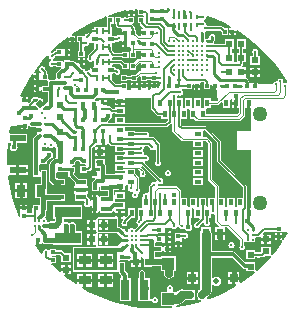
<source format=gtl>
G04*
G04 #@! TF.GenerationSoftware,Altium Limited,Altium Designer,23.0.1 (38)*
G04*
G04 Layer_Physical_Order=1*
G04 Layer_Color=255*
%FSLAX25Y25*%
%MOIN*%
G70*
G04*
G04 #@! TF.SameCoordinates,78B848BC-93E4-4EEF-81BE-5096D5435DE8*
G04*
G04*
G04 #@! TF.FilePolarity,Positive*
G04*
G01*
G75*
%ADD10C,0.00600*%
%ADD14C,0.00500*%
%ADD17C,0.00400*%
%ADD21R,0.08740X0.03682*%
%ADD22R,0.01181X0.01260*%
%ADD23R,0.01378X0.01260*%
%ADD24R,0.01181X0.01378*%
%ADD25R,0.05500X0.02400*%
%ADD26R,0.01575X0.02756*%
%ADD27R,0.01575X0.00984*%
%ADD28R,0.02362X0.01300*%
%ADD29R,0.01130X0.02165*%
%ADD30R,0.00900X0.02165*%
%ADD31R,0.01614X0.02565*%
%ADD32R,0.01693X0.00987*%
%ADD33R,0.03524X0.01525*%
%ADD34R,0.02362X0.03347*%
%ADD35R,0.02756X0.03150*%
%ADD36C,0.00850*%
%ADD37C,0.00850*%
%ADD38C,0.01199*%
%ADD39C,0.00984*%
%ADD40C,0.00900*%
%ADD41R,0.04100X0.04100*%
%ADD42R,0.01800X0.01700*%
%ADD43R,0.03150X0.07087*%
%ADD47R,0.03937X0.03150*%
%ADD48R,0.03150X0.03937*%
%ADD49R,0.02362X0.02165*%
%ADD50R,0.02165X0.02362*%
%ADD51R,0.01260X0.01378*%
%ADD52R,0.01378X0.01181*%
%ADD53R,0.01260X0.01181*%
%ADD54R,0.02362X0.01575*%
%ADD55R,0.01575X0.02362*%
%ADD95R,0.01000X0.01700*%
%ADD96C,0.01098*%
%ADD97C,0.00988*%
%ADD98P,0.03229X4X180.0*%
%ADD99C,0.01200*%
%ADD100C,0.01500*%
%ADD101C,0.02000*%
%ADD102C,0.00800*%
%ADD103C,0.01000*%
%ADD104C,0.00700*%
%ADD105C,0.03000*%
%ADD106C,0.02500*%
%ADD107C,0.05000*%
%ADD108C,0.01000*%
%ADD109C,0.02000*%
%ADD110C,0.01600*%
%ADD111C,0.01200*%
%ADD112C,0.01400*%
G36*
X44811Y100481D02*
Y98809D01*
X46572D01*
X46693Y98556D01*
X46496Y98289D01*
X44870D01*
Y96111D01*
X45383D01*
Y96054D01*
X45434Y95800D01*
X45577Y95585D01*
X46633Y94530D01*
X46426Y94030D01*
X45909D01*
Y93400D01*
X47000D01*
Y92400D01*
X45909D01*
Y91770D01*
X45418Y91749D01*
X45169D01*
X44191Y92728D01*
Y93889D01*
X43914D01*
Y94299D01*
X43859Y94572D01*
X43705Y94804D01*
X42904Y95605D01*
X42896Y95610D01*
X42898Y95684D01*
X43048Y96109D01*
X43630D01*
Y96831D01*
X43646Y96909D01*
X43630Y96988D01*
Y98090D01*
X41570D01*
Y97984D01*
X41070Y97944D01*
X41066Y97948D01*
X40699Y98100D01*
X40301D01*
X39934Y97948D01*
X39691Y97705D01*
X39514Y97724D01*
X39191Y97858D01*
Y98089D01*
X37209D01*
Y95911D01*
X37486D01*
Y95451D01*
X37541Y95178D01*
X37695Y94947D01*
X38047Y94595D01*
X38278Y94441D01*
X38552Y94386D01*
X39306D01*
X39411Y93930D01*
X39411Y93886D01*
Y93300D01*
X40600D01*
Y92300D01*
X39296D01*
X38911Y92112D01*
X38699Y92200D01*
X38301D01*
X37934Y92048D01*
X37780Y91895D01*
X37340Y91750D01*
X37340Y91750D01*
Y91750D01*
X37340Y91750D01*
X36582D01*
X36134Y91875D01*
X36134Y92250D01*
Y94840D01*
X35882D01*
Y95970D01*
X36689D01*
Y98030D01*
X34767D01*
X34684Y98530D01*
X37012Y99332D01*
X40970Y100338D01*
X41254Y100200D01*
X42600D01*
X43730D01*
Y100791D01*
X43730Y100791D01*
X44183Y100883D01*
X44362Y100913D01*
X44811Y100481D01*
D02*
G37*
G36*
X34511Y97942D02*
Y96904D01*
X34509Y96901D01*
X34455Y96628D01*
Y95070D01*
X34050Y94840D01*
X32350Y94840D01*
X31850Y94840D01*
X30266D01*
Y94071D01*
X29658D01*
X29384Y94017D01*
X29153Y93862D01*
X27891Y92600D01*
X27701D01*
X27334Y92448D01*
X27052Y92166D01*
X26952Y91924D01*
X26491Y91830D01*
X26413Y91830D01*
X24509D01*
Y89770D01*
X25184D01*
Y86891D01*
X24970D01*
Y84909D01*
X27030D01*
Y86891D01*
X26816D01*
Y88260D01*
X27301Y88600D01*
X27699D01*
X28066Y88752D01*
X28348Y89034D01*
X28500Y89401D01*
Y89453D01*
X28960Y89550D01*
X29000Y89550D01*
X29777D01*
X30266Y89525D01*
X30266Y89050D01*
Y87569D01*
X28395Y85698D01*
X28241Y85466D01*
X28186Y85193D01*
Y84900D01*
X28052Y84766D01*
X27900Y84399D01*
Y84001D01*
X28052Y83634D01*
X28334Y83352D01*
X28701Y83200D01*
X29099D01*
X29466Y83352D01*
X29748Y83634D01*
X29766Y83679D01*
X30266Y83579D01*
X30266Y81575D01*
X29777Y81550D01*
X28960D01*
Y80796D01*
X28489Y80450D01*
X28111D01*
X27762Y80305D01*
X27589Y80133D01*
X27147Y80251D01*
X27089Y80286D01*
Y80690D01*
X26372D01*
X25353Y81709D01*
X25500Y82064D01*
Y82800D01*
X24630D01*
X24370Y82692D01*
X23830Y83232D01*
X23500Y83453D01*
X23110Y83531D01*
X22190D01*
Y83689D01*
X20210D01*
Y83182D01*
X20189Y83162D01*
X19689Y83376D01*
Y83630D01*
X17511D01*
Y83416D01*
X16699D01*
X16667Y83448D01*
X16448Y83538D01*
Y84062D01*
X16667Y84152D01*
X16948Y84434D01*
X17100Y84801D01*
Y84991D01*
X17141Y85032D01*
X17510Y85311D01*
Y85311D01*
X17510Y85311D01*
X19428D01*
X19911Y85270D01*
X19974Y85270D01*
X20600D01*
Y86400D01*
Y87530D01*
X19974D01*
X19911Y87530D01*
X19428Y87489D01*
X17510D01*
Y86975D01*
X17361D01*
X17088Y86920D01*
X16856Y86766D01*
X16293Y86202D01*
X16078Y86216D01*
X15978Y86351D01*
X15886Y86728D01*
X18833Y89455D01*
X21360Y91431D01*
X21628Y91300D01*
X22900D01*
X23990D01*
Y91930D01*
X22887D01*
X22738Y92430D01*
X25599Y94307D01*
X29260Y96296D01*
X33073Y97975D01*
X34141Y98343D01*
X34511Y97942D01*
D02*
G37*
G36*
X70156Y97749D02*
X73681Y96182D01*
X75851Y94912D01*
X75721Y94430D01*
X75209D01*
Y93800D01*
X76300D01*
Y93300D01*
X76800D01*
Y92170D01*
X77390D01*
Y93510D01*
X77824Y93759D01*
X78904Y93127D01*
X81547Y91267D01*
X83608Y89599D01*
X85272Y88131D01*
X87538Y85865D01*
X89799Y83407D01*
X91855Y80763D01*
X94409Y76932D01*
X94646Y76478D01*
X94502Y76305D01*
X94259Y76138D01*
X93989Y76250D01*
X93611D01*
X93250Y76611D01*
Y76989D01*
X93105Y77338D01*
X92838Y77605D01*
X92489Y77750D01*
X92111D01*
X91762Y77605D01*
X91495Y77338D01*
X91350Y76989D01*
Y76924D01*
X91089Y76750D01*
X90711D01*
X90362Y76605D01*
X90095Y76338D01*
X89950Y75989D01*
Y75800D01*
X84800D01*
Y76230D01*
X82619D01*
Y76230D01*
X82122Y76110D01*
X82100Y76130D01*
X81922Y76556D01*
X81867Y76832D01*
X81668Y77130D01*
X81102Y77696D01*
X80751Y78050D01*
Y79232D01*
X79168D01*
Y80231D01*
X80751D01*
Y81413D01*
X79798D01*
X79591Y81913D01*
X79770Y82092D01*
X79770Y82092D01*
X79947Y82357D01*
X80009Y82669D01*
Y83050D01*
X80676D01*
Y86213D01*
X80009D01*
Y87550D01*
X80676D01*
Y90713D01*
X77711D01*
Y87550D01*
X78378D01*
Y86213D01*
X77711D01*
Y83050D01*
X77225Y83016D01*
X77225D01*
X76739Y83050D01*
Y86213D01*
X76072D01*
Y87550D01*
X76739D01*
Y90713D01*
X73774D01*
Y89316D01*
X70279D01*
X70072Y89816D01*
X70249Y89993D01*
X70448Y90290D01*
X70518Y90642D01*
Y91202D01*
X70600Y91401D01*
Y91799D01*
X70448Y92166D01*
X70166Y92448D01*
X69799Y92600D01*
X69401D01*
X69034Y92448D01*
X68752Y92166D01*
X68600Y91799D01*
Y91401D01*
X68258Y90974D01*
X67799D01*
X67642Y90942D01*
X67210Y91212D01*
X67142Y91301D01*
Y92461D01*
X67200Y92601D01*
Y92999D01*
X67499Y93400D01*
X67866Y93552D01*
X67898Y93584D01*
X72262D01*
X72710Y93137D01*
Y92270D01*
X74691D01*
Y94330D01*
X73824D01*
X73177Y94977D01*
X72912Y95154D01*
X72600Y95216D01*
X72600Y95216D01*
X67898D01*
X67866Y95248D01*
X67724Y95307D01*
X67350Y95711D01*
Y96089D01*
X67205Y96438D01*
X66938Y96705D01*
X66930Y96709D01*
Y97250D01*
X67038Y97295D01*
X67305Y97562D01*
X67450Y97911D01*
Y98206D01*
X67677Y98450D01*
X67868Y98586D01*
X70156Y97749D01*
D02*
G37*
G36*
X39322Y90087D02*
X39411Y89995D01*
Y89900D01*
X40600D01*
Y89400D01*
X41100D01*
Y88270D01*
X41726D01*
X41789Y88270D01*
X42050Y88292D01*
X42551Y87935D01*
Y86689D01*
X42209D01*
Y84511D01*
X44191D01*
Y86689D01*
X44624Y86851D01*
X45459D01*
X45909Y86730D01*
X45909Y86351D01*
Y86100D01*
X47000D01*
Y85100D01*
X45909D01*
Y84470D01*
X45501Y84249D01*
X45100D01*
X44641Y84059D01*
X43371Y82789D01*
X42209D01*
Y80611D01*
X44191D01*
Y81772D01*
X45369Y82951D01*
X45459D01*
X45909Y82830D01*
X45909Y82450D01*
Y82200D01*
X47000D01*
Y81200D01*
X45909D01*
Y80650D01*
X45909Y80570D01*
X45718Y80149D01*
X45430D01*
X44971Y79959D01*
X43712Y78700D01*
X42570D01*
Y78423D01*
X41189D01*
Y78700D01*
X39011D01*
Y76719D01*
X41189D01*
Y76996D01*
X42570D01*
Y76719D01*
X44630D01*
Y77782D01*
X45370Y78522D01*
X45870Y78315D01*
Y76819D01*
X47930D01*
Y76994D01*
X49170D01*
Y76819D01*
X51230D01*
X51230Y76819D01*
X51725Y76806D01*
X51900Y76734D01*
Y74381D01*
X51830Y74339D01*
X51750Y74349D01*
X51330Y74622D01*
Y74709D01*
X49070D01*
Y74119D01*
X48661Y73900D01*
X48439D01*
X48030Y74119D01*
X48030Y74400D01*
Y74709D01*
X45770D01*
Y74119D01*
X45361Y73900D01*
X45181D01*
X44730Y74019D01*
X44730Y74400D01*
Y74610D01*
X42470D01*
Y74019D01*
X42019Y73900D01*
X41580D01*
X41130Y74020D01*
X41130Y74400D01*
Y76198D01*
X39070D01*
Y75823D01*
X37556D01*
X36462Y76918D01*
X36415Y76988D01*
X36134Y77269D01*
Y78834D01*
X36134Y79225D01*
X36588Y79334D01*
X37152D01*
X37152Y79334D01*
X37434Y79052D01*
X37801Y78900D01*
X38199D01*
X38566Y79052D01*
X38848Y79334D01*
X39000Y79701D01*
Y80099D01*
X38848Y80466D01*
X38566Y80748D01*
X38199Y80900D01*
X38013D01*
X38008Y80904D01*
X37696Y80966D01*
X37340Y81284D01*
Y81450D01*
X36582D01*
X36256Y81541D01*
X36190Y82047D01*
X36487Y82344D01*
X38888D01*
X39511Y81721D01*
Y80670D01*
X41689D01*
Y82730D01*
X40520D01*
X39688Y83562D01*
X39457Y83717D01*
X39184Y83771D01*
X36134D01*
Y84418D01*
X36173Y84486D01*
X36521Y84812D01*
X36652Y84786D01*
X39511D01*
Y84570D01*
X41689D01*
Y86630D01*
X39511D01*
Y86214D01*
X36948D01*
X36147Y87015D01*
Y87778D01*
X36134Y87846D01*
X36134Y89525D01*
X36582Y89650D01*
X37340D01*
Y89884D01*
X37946D01*
X37946Y89884D01*
X38258Y89946D01*
X38523Y90123D01*
X38599Y90200D01*
X38699D01*
X38911Y90288D01*
X39322Y90087D01*
D02*
G37*
G36*
X14971Y85250D02*
X15100Y85148D01*
Y84801D01*
X15252Y84434D01*
X15533Y84152D01*
X15752Y84062D01*
Y83538D01*
X15533Y83448D01*
X15252Y83166D01*
X15100Y82799D01*
Y82401D01*
X15252Y82034D01*
X15533Y81752D01*
X15901Y81600D01*
X16299D01*
X16667Y81752D01*
X16699Y81784D01*
X17511D01*
Y81570D01*
X19013D01*
X19121Y81070D01*
X18898Y80921D01*
X17695Y79718D01*
X17474Y79387D01*
X17396Y78997D01*
Y78268D01*
X17474Y77878D01*
X17513Y77820D01*
X17246Y77320D01*
X15900D01*
X15510Y77242D01*
X15391Y77162D01*
X14890Y77421D01*
Y79289D01*
X14516D01*
Y79789D01*
X14462Y80062D01*
X14308Y80294D01*
X13900Y80701D01*
Y80999D01*
X13748Y81366D01*
X13466Y81648D01*
X13099Y81800D01*
X12701D01*
X12333Y81648D01*
X12052Y81366D01*
X11900Y80999D01*
Y80601D01*
X12052Y80234D01*
X12333Y79952D01*
X12375Y79935D01*
X12460Y79359D01*
X12437Y79339D01*
X12394Y79330D01*
X11800D01*
Y78200D01*
Y77070D01*
X12426D01*
X12489Y77070D01*
X12972Y77111D01*
X14638D01*
X14841Y76844D01*
X14947Y76634D01*
X14880Y76300D01*
X14904Y76180D01*
X14887Y76093D01*
Y75690D01*
X14791Y75230D01*
X12810D01*
Y74752D01*
X12791Y74734D01*
X12291Y74948D01*
Y75330D01*
X11700D01*
Y74200D01*
Y73070D01*
X12291D01*
Y73452D01*
X12791Y73666D01*
X12810Y73649D01*
Y73170D01*
X14791D01*
X14887Y72710D01*
Y71643D01*
X14796Y71583D01*
Y70949D01*
X14907D01*
Y69729D01*
X13922D01*
X13095Y70555D01*
Y70884D01*
X12828Y70842D01*
X12308Y71361D01*
X12140Y71193D01*
X11827Y71255D01*
X11521Y71382D01*
X9710D01*
X9403Y71255D01*
X9277Y70949D01*
Y70186D01*
X8630Y69539D01*
X8130Y69730D01*
Y69900D01*
X7000D01*
Y70400D01*
X6500D01*
Y71491D01*
X6027D01*
X5662Y71904D01*
X6176Y73090D01*
X8146Y76761D01*
X9611Y79020D01*
X10111Y78872D01*
Y78700D01*
X10800D01*
Y79330D01*
X10408D01*
X10136Y79830D01*
X10413Y80257D01*
X12962Y83552D01*
X14638Y85383D01*
X14971Y85250D01*
D02*
G37*
G36*
X66919Y76130D02*
Y74070D01*
X68900D01*
Y75500D01*
X69419D01*
Y73970D01*
X70009D01*
Y75100D01*
X71009D01*
Y73970D01*
X71100D01*
Y71113D01*
X71400D01*
X71591Y70652D01*
X71021Y70082D01*
X69137D01*
Y71013D01*
X66762D01*
Y67851D01*
X66681Y67743D01*
X66069D01*
X65987Y67851D01*
X65987Y67970D01*
Y71013D01*
X63613D01*
Y67970D01*
X63613Y67851D01*
X63531Y67743D01*
X63244D01*
X62838Y68210D01*
Y71013D01*
X60463D01*
Y67970D01*
X60463Y67851D01*
X60382Y67743D01*
X60143D01*
X59688Y68210D01*
Y71013D01*
X58200D01*
X57882Y71513D01*
X57920Y71700D01*
X57908Y71759D01*
X58358Y72059D01*
X58360Y72058D01*
X58750Y71980D01*
X59140Y72058D01*
X59471Y72279D01*
X59692Y72610D01*
X59770Y73000D01*
X59692Y73390D01*
X59471Y73721D01*
X59376Y73784D01*
X59528Y74284D01*
X60919D01*
Y74070D01*
X62900D01*
Y75640D01*
X63187Y75882D01*
X63419Y75771D01*
Y75600D01*
X64509D01*
X65600D01*
Y76035D01*
X65600Y76230D01*
X65974Y76535D01*
X66690D01*
X66919Y76130D01*
D02*
G37*
G36*
X49086Y67700D02*
X49141Y67427D01*
X49295Y67195D01*
X51095Y65395D01*
X51327Y65241D01*
X51600Y65186D01*
X52589D01*
Y64308D01*
X54688D01*
Y63426D01*
X53926Y62663D01*
X46046D01*
X45989Y62674D01*
X40397D01*
Y64911D01*
X37235D01*
Y62674D01*
X34969D01*
X34815Y63147D01*
X34815Y63174D01*
X35644Y64004D01*
X35841Y64299D01*
X35937Y64363D01*
X36225Y64793D01*
X36325Y65300D01*
X36254Y65659D01*
X36487Y66059D01*
X36591Y66159D01*
X37235D01*
Y65686D01*
X40397D01*
Y68061D01*
X37235D01*
Y67587D01*
X36404D01*
X36238Y67752D01*
X36195Y67971D01*
X35985Y68285D01*
X35671Y68495D01*
X35300Y68569D01*
X34929Y68495D01*
X34881Y68463D01*
X34381Y68722D01*
Y68886D01*
X33094D01*
Y69386D01*
X32594D01*
Y70378D01*
X31984D01*
X31806Y70378D01*
X31348Y70278D01*
X30571D01*
X30435Y70727D01*
X30753Y71100D01*
X35674D01*
X35687Y71113D01*
X37135D01*
Y70523D01*
X40497D01*
Y71113D01*
X49086D01*
Y67700D01*
D02*
G37*
G36*
X11521Y70555D02*
X10694Y69729D01*
X9710D01*
Y70949D01*
X11521D01*
Y70555D01*
D02*
G37*
G36*
X76111Y70701D02*
Y69932D01*
X77398D01*
Y69432D01*
X77898D01*
Y67751D01*
X78351D01*
Y66569D01*
X77731Y65949D01*
X67562D01*
Y67470D01*
X67849Y67851D01*
X69137D01*
Y68783D01*
X71290D01*
X71750Y68973D01*
X72600Y69823D01*
X73061Y69632D01*
Y67851D01*
X75436D01*
Y70563D01*
X75936Y70824D01*
X76111Y70701D01*
D02*
G37*
G36*
X14907Y67130D02*
X13095D01*
Y67524D01*
X13922Y68351D01*
X14907D01*
Y67130D01*
D02*
G37*
G36*
X11521Y67524D02*
Y67130D01*
X9710D01*
Y68351D01*
X10694D01*
X11521Y67524D01*
D02*
G37*
G36*
X82229Y67751D02*
X82400D01*
Y60300D01*
X77700D01*
Y53800D01*
X82400D01*
Y34499D01*
X82229D01*
Y32818D01*
X81229D01*
Y34561D01*
X81173Y34629D01*
Y41689D01*
X81123Y41943D01*
X80979Y42158D01*
X72563Y50574D01*
Y56500D01*
X72512Y56754D01*
X72369Y56969D01*
X67869Y61469D01*
X67654Y61612D01*
X67400Y61663D01*
X59675D01*
X59201Y62136D01*
Y64308D01*
X61263D01*
Y67351D01*
X61263Y67470D01*
X61344Y67578D01*
X61632D01*
X62038Y67112D01*
Y64308D01*
X63494D01*
X64253Y63549D01*
X64713Y63358D01*
X78408D01*
X78867Y63549D01*
X80359Y65041D01*
X80549Y65500D01*
Y67751D01*
X81229D01*
Y69432D01*
X82229D01*
Y67751D01*
D02*
G37*
G36*
X55958Y62617D02*
X56277Y62466D01*
Y60174D01*
X56467Y59715D01*
X59241Y56941D01*
X59700Y56751D01*
X63219D01*
Y54662D01*
X66381D01*
Y56751D01*
X67431D01*
X68151Y56031D01*
Y44000D01*
X68341Y43541D01*
X70451Y41431D01*
Y37942D01*
X68337D01*
Y34780D01*
X68256Y34673D01*
X68018D01*
X67562Y35139D01*
Y37942D01*
X65187D01*
Y34780D01*
X65106Y34672D01*
X64494D01*
X64413Y34780D01*
X64413Y34899D01*
Y37942D01*
X62038D01*
Y34899D01*
X62038Y34780D01*
X61957Y34672D01*
X61718D01*
X61263Y35139D01*
Y37942D01*
X59249D01*
Y40100D01*
X59059Y40559D01*
X57959Y41659D01*
X57500Y41849D01*
X51640D01*
X51384Y42062D01*
X51356Y42306D01*
X51359Y42329D01*
X51753Y42553D01*
X51902Y42564D01*
X51910Y42558D01*
X52300Y42480D01*
X52690Y42558D01*
X53021Y42779D01*
X53242Y43110D01*
X53320Y43500D01*
X53242Y43890D01*
X53021Y44221D01*
X52690Y44442D01*
X52300Y44520D01*
X52231Y44506D01*
X47084Y49653D01*
X47330Y50114D01*
X47500Y50080D01*
X47890Y50158D01*
X48221Y50379D01*
X48442Y50710D01*
X48520Y51100D01*
X48442Y51490D01*
X48221Y51821D01*
X47890Y52042D01*
X47500Y52120D01*
X47266Y52073D01*
X47183Y52119D01*
X46920Y52383D01*
X46873Y52466D01*
X46920Y52700D01*
X46842Y53090D01*
X46703Y53299D01*
X46627Y53499D01*
X46664Y53993D01*
X46742Y54110D01*
X46820Y54500D01*
X46782Y54687D01*
X47099Y55187D01*
X48313D01*
X48663Y54837D01*
X48649Y54769D01*
X48727Y54378D01*
X48948Y54048D01*
X49278Y53827D01*
X49669Y53749D01*
X50059Y53827D01*
X50390Y54048D01*
X50437Y54119D01*
X50937Y53967D01*
Y50260D01*
X50879Y50221D01*
X50658Y49890D01*
X50580Y49500D01*
X50658Y49110D01*
X50879Y48779D01*
X51210Y48558D01*
X51600Y48480D01*
X51990Y48558D01*
X52321Y48779D01*
X52542Y49110D01*
X52620Y49500D01*
X52542Y49890D01*
X52321Y50221D01*
X52263Y50260D01*
Y55600D01*
X52212Y55854D01*
X52069Y56069D01*
X50244Y57893D01*
X50029Y58037D01*
X49776Y58087D01*
X48786D01*
X48518Y58587D01*
X48555Y58643D01*
X48633Y59033D01*
X48555Y59423D01*
X48335Y59754D01*
X48004Y59975D01*
X47613Y60053D01*
X47223Y59975D01*
X46892Y59754D01*
X46831Y59662D01*
X43940D01*
Y60187D01*
X40897D01*
X40778Y60187D01*
X40397Y60473D01*
Y61349D01*
X45942D01*
X46000Y61337D01*
X54200D01*
X54454Y61388D01*
X54669Y61531D01*
X55777Y62639D01*
X55958Y62617D01*
D02*
G37*
G36*
X7600Y60711D02*
X8230D01*
Y61900D01*
X8865D01*
X8879Y61879D01*
X8892Y61866D01*
X9222Y61646D01*
X9612Y61568D01*
X10739D01*
X10989Y61100D01*
X12016D01*
Y60100D01*
X11027D01*
X11223Y59807D01*
X11237Y59380D01*
X11194Y59225D01*
X10088Y58119D01*
X9867Y57788D01*
X9790Y57398D01*
Y54315D01*
X9758Y54268D01*
X9680Y53878D01*
Y50020D01*
X9709Y49874D01*
Y49011D01*
X9780D01*
Y47030D01*
X9711D01*
Y44970D01*
X11880D01*
X11889Y44970D01*
X12380Y44949D01*
Y42568D01*
X10572D01*
Y37832D01*
X12128D01*
Y35741D01*
X11690Y35589D01*
Y35589D01*
X9709D01*
Y34495D01*
X9672Y34439D01*
X9610Y34127D01*
X9610Y34127D01*
Y32716D01*
X8119D01*
X7818Y33216D01*
X7889Y33409D01*
X7889Y33423D01*
Y34000D01*
X5511D01*
Y33423D01*
X5511Y33409D01*
X5670Y32975D01*
X5670Y32909D01*
Y31692D01*
X5170Y31596D01*
X4091Y34295D01*
X2966Y37859D01*
X2108Y41495D01*
X1572Y44879D01*
X1921Y45344D01*
X2009Y45379D01*
X4300D01*
Y47079D01*
Y48779D01*
X1660Y48779D01*
X1508Y48823D01*
X1213Y49139D01*
X1184Y52646D01*
X1388Y55730D01*
X1650Y56121D01*
X2356D01*
X2452Y55621D01*
X2175Y55207D01*
X2074Y54700D01*
X2175Y54193D01*
X2463Y53763D01*
X2893Y53475D01*
X3400Y53374D01*
X3907Y53475D01*
X4337Y53763D01*
X4625Y54193D01*
X4725Y54700D01*
X4625Y55207D01*
X4348Y55621D01*
X4444Y56121D01*
X7950D01*
Y59321D01*
X2229D01*
X1901Y59699D01*
X1954Y60075D01*
X2352Y61900D01*
X5970D01*
Y60711D01*
X6600D01*
Y61900D01*
X7600D01*
Y60711D01*
D02*
G37*
G36*
X33700Y55570D02*
X34389D01*
Y55943D01*
X34889Y56095D01*
X34931Y56031D01*
X35433Y55530D01*
X35433Y55530D01*
X35582Y55381D01*
X35797Y55237D01*
X36050Y55187D01*
X37235D01*
Y53087D01*
X40397D01*
X40505Y53006D01*
Y52768D01*
X40039Y52313D01*
X37235D01*
Y49938D01*
X40397D01*
X40505Y49856D01*
Y49618D01*
X40039Y49163D01*
X37235D01*
Y46788D01*
X40397D01*
X40505Y46707D01*
Y46095D01*
X40397Y46013D01*
X40278Y46013D01*
X37235D01*
Y45846D01*
X34120D01*
Y48430D01*
X34042Y48820D01*
X33821Y49151D01*
X33681Y49291D01*
Y50814D01*
X30519D01*
Y47849D01*
X32080D01*
Y46854D01*
X31591Y46830D01*
X31580Y46830D01*
X31000D01*
Y45700D01*
X30500D01*
Y45200D01*
X29409D01*
Y44570D01*
X30354D01*
X30501Y44281D01*
X30531Y44070D01*
X29879Y43418D01*
X29658Y43087D01*
X29580Y42697D01*
Y42230D01*
X29511D01*
Y40170D01*
X31689D01*
Y41654D01*
X32049Y41849D01*
X32209Y41755D01*
Y41346D01*
X32180Y41200D01*
X32209Y41054D01*
Y40111D01*
X34190D01*
Y40111D01*
X34680Y40086D01*
Y38620D01*
X34091D01*
Y38630D01*
X32109D01*
Y38151D01*
X32091Y38134D01*
X31591Y38348D01*
Y38730D01*
X31000D01*
Y37600D01*
X30500D01*
Y37100D01*
X29409D01*
Y37032D01*
X28909Y36761D01*
X28816Y36822D01*
Y37210D01*
X28754Y37522D01*
X28577Y37787D01*
X28577Y37787D01*
X28108Y38255D01*
X28002Y38326D01*
Y38879D01*
X28102Y39338D01*
X28102Y39662D01*
Y40100D01*
X25840D01*
X23578D01*
Y39338D01*
X23678Y38879D01*
Y36878D01*
X26124D01*
X26203Y36863D01*
X26203Y36863D01*
X26807D01*
X27053Y36363D01*
X26964Y36229D01*
X26878Y35800D01*
X26964Y35371D01*
X27207Y35007D01*
X27571Y34764D01*
X28000Y34678D01*
X28429Y34764D01*
X28793Y35007D01*
X28965Y35265D01*
X29409Y35030D01*
Y34500D01*
X30500D01*
Y34000D01*
X31000D01*
Y32870D01*
X31591D01*
Y33252D01*
X32091Y33466D01*
X32109Y33448D01*
Y32970D01*
X34091D01*
Y32980D01*
X34686D01*
X34993Y32775D01*
X35500Y32675D01*
X36007Y32775D01*
X36437Y33063D01*
X36635Y33358D01*
X37135Y33206D01*
Y32728D01*
X38316D01*
Y33515D01*
X37613D01*
X37347Y34015D01*
X37464Y34190D01*
X40397D01*
Y36565D01*
X37235D01*
X37182Y36594D01*
X37134Y36659D01*
X37071Y37017D01*
X37110Y37210D01*
X37315Y37339D01*
X37483Y37339D01*
X40397D01*
Y39714D01*
X37235D01*
Y39150D01*
X36735Y38898D01*
X36720Y38910D01*
Y40586D01*
X36742Y40619D01*
X37235D01*
Y40489D01*
X38665D01*
X38778Y40466D01*
X38892Y40489D01*
X40397D01*
Y41777D01*
X40778Y42064D01*
X40897Y42064D01*
X41352D01*
X41367Y42048D01*
X41574Y41564D01*
X41458Y41390D01*
X41380Y41000D01*
X41458Y40610D01*
X41679Y40279D01*
X42010Y40058D01*
X42400Y39980D01*
X42790Y40058D01*
X43282Y39785D01*
X43297Y39715D01*
X43269Y39692D01*
X43125Y39595D01*
X42904Y39264D01*
X42826Y38874D01*
X42904Y38484D01*
X43125Y38153D01*
X43455Y37932D01*
X43845Y37854D01*
X44236Y37932D01*
X44567Y38153D01*
X44787Y38484D01*
X44865Y38874D01*
X44787Y39264D01*
X45176Y39582D01*
X45321Y39679D01*
X45542Y40010D01*
X45620Y40400D01*
X45542Y40790D01*
X45321Y41121D01*
X45159Y41229D01*
Y44644D01*
X44969Y45103D01*
X43940Y46132D01*
Y47326D01*
X44855D01*
X45657Y46525D01*
X45443Y46205D01*
X45366Y45815D01*
X45443Y45425D01*
X45664Y45094D01*
X45995Y44873D01*
X46385Y44795D01*
X46775Y44873D01*
X47106Y45094D01*
X47327Y45425D01*
X47405Y45815D01*
X47327Y46205D01*
X47106Y46536D01*
X47035Y46584D01*
Y46715D01*
X46844Y47174D01*
X45926Y48092D01*
X45914Y48163D01*
X46092Y48633D01*
X46222Y48641D01*
X51123Y43739D01*
X51113Y43494D01*
X50602Y43234D01*
X50590Y43242D01*
X50200Y43320D01*
X49810Y43242D01*
X49479Y43021D01*
X49258Y42690D01*
X49194Y42366D01*
X49146Y42319D01*
X49114Y42312D01*
X48899Y42169D01*
X48546Y41815D01*
X48402Y41600D01*
X48352Y41347D01*
Y39902D01*
X48243Y39794D01*
X47852Y39570D01*
X47600Y39620D01*
X47210Y39542D01*
X46879Y39321D01*
X46658Y38990D01*
X46580Y38600D01*
X46612Y38443D01*
X46290Y37942D01*
X46290D01*
Y34780D01*
X46003Y34399D01*
X44715D01*
Y32345D01*
X44702Y32281D01*
X44715Y32217D01*
Y31237D01*
X44715Y31237D01*
X44753Y30737D01*
X44579Y30621D01*
X44358Y30290D01*
X44280Y29900D01*
X44358Y29510D01*
X44579Y29179D01*
X44808Y29026D01*
X44925Y28616D01*
X44933Y28444D01*
X44169Y27680D01*
X43965Y27639D01*
X43946Y27626D01*
X43398Y27547D01*
X43083Y27757D01*
X42713Y27831D01*
X42342Y27757D01*
X42281Y27716D01*
X41805Y27529D01*
X41638Y27641D01*
Y26862D01*
X40638D01*
Y27641D01*
X40471Y27529D01*
X40450Y27499D01*
X39832Y27410D01*
X39321Y27921D01*
X38990Y28142D01*
X38600Y28220D01*
X38233D01*
Y30900D01*
X38260Y30940D01*
X38316D01*
Y31728D01*
X37135D01*
Y31333D01*
X31400D01*
X31094Y31206D01*
X30967Y30900D01*
Y30481D01*
X29917D01*
Y28800D01*
Y27119D01*
X30967D01*
Y26600D01*
X31066Y26360D01*
X30967Y26121D01*
Y25681D01*
X29917D01*
Y24000D01*
Y22319D01*
X30967D01*
Y21821D01*
X30841Y21633D01*
X23600D01*
X23294Y21506D01*
X23167Y21200D01*
Y13700D01*
X23294Y13394D01*
X23600Y13267D01*
X37800D01*
X37911Y13313D01*
X38111Y13222D01*
X38393Y13027D01*
X38464Y12671D01*
X38707Y12307D01*
X39071Y12064D01*
X39080Y12062D01*
X39339Y11689D01*
X39137Y11243D01*
X38676D01*
Y8373D01*
X38656Y8275D01*
X38676Y8176D01*
Y3357D01*
X42625D01*
Y11243D01*
X41670D01*
Y11950D01*
X41592Y12340D01*
X41371Y12671D01*
X40542Y13500D01*
X40536Y13529D01*
X40520Y13554D01*
Y14510D01*
X40530D01*
Y16490D01*
X39646D01*
X39500Y16520D01*
X39354Y16490D01*
X38821Y16491D01*
X38642Y16800D01*
X38821Y17109D01*
X40530D01*
Y17182D01*
X41078D01*
X41256Y17064D01*
X41685Y16978D01*
X42114Y17064D01*
X42149Y17087D01*
X42312Y17000D01*
X44232D01*
X45814D01*
Y17945D01*
X45936Y18082D01*
X46236Y18086D01*
X46686Y17633D01*
Y14919D01*
X49651D01*
Y15173D01*
X52450D01*
Y13450D01*
X53518D01*
Y12600D01*
X53646Y11956D01*
X54010Y11410D01*
X54556Y11046D01*
X55200Y10918D01*
X55844Y11046D01*
X56390Y11410D01*
X56754Y11956D01*
X56882Y12600D01*
Y13450D01*
X57350D01*
Y18350D01*
X52450D01*
Y18027D01*
X50472D01*
Y19780D01*
X51009D01*
Y19770D01*
X52991D01*
Y20248D01*
X53009Y20266D01*
X53509Y20052D01*
Y19670D01*
X54100D01*
Y20800D01*
Y21930D01*
X53509D01*
Y21548D01*
X53009Y21334D01*
X52991Y21352D01*
Y21830D01*
X51009D01*
Y21820D01*
X50472D01*
Y22859D01*
X50909Y23011D01*
X50910Y23011D01*
Y23011D01*
X50910Y23011D01*
X52828D01*
X53311Y22970D01*
X53374Y22970D01*
X54000D01*
Y24100D01*
Y25230D01*
X53374D01*
X53311Y25230D01*
X52828Y25189D01*
X51847D01*
X51325Y25711D01*
X51486Y26186D01*
X51506Y26211D01*
X52828D01*
X53311Y26170D01*
X53374Y26170D01*
X54000D01*
Y27300D01*
X54500D01*
Y27800D01*
X56012D01*
X56185Y27855D01*
X56500Y27645D01*
X56870Y27571D01*
X57241Y27645D01*
X57555Y27855D01*
X57765Y28169D01*
X58226Y28379D01*
X58306Y28384D01*
X58490Y28205D01*
X58505Y28129D01*
X58715Y27815D01*
X59029Y27605D01*
X59400Y27531D01*
X59771Y27605D01*
X59852Y27660D01*
X60026Y27637D01*
X60427Y27508D01*
X60440Y27497D01*
X60663Y27163D01*
X61093Y26875D01*
X61600Y26774D01*
X62107Y26875D01*
X62537Y27163D01*
X62825Y27593D01*
X62925Y28100D01*
X62825Y28607D01*
X62537Y29037D01*
X62441Y29102D01*
Y31237D01*
X62838D01*
Y34280D01*
X62838Y34399D01*
X62919Y34507D01*
X63206D01*
X63613Y34041D01*
Y31237D01*
X65293D01*
X65500Y30737D01*
X64669Y29906D01*
X64600Y29920D01*
X64210Y29842D01*
X63879Y29621D01*
X63658Y29290D01*
X63580Y28900D01*
X63658Y28510D01*
X63879Y28179D01*
X64210Y27958D01*
X64600Y27880D01*
X64990Y27958D01*
X65321Y28179D01*
X65542Y28510D01*
X65620Y28900D01*
X65606Y28969D01*
X66467Y29830D01*
X66928Y29583D01*
X66925Y29568D01*
X67002Y29177D01*
X67223Y28846D01*
X67554Y28626D01*
X67944Y28548D01*
X68334Y28626D01*
X68665Y28846D01*
X68886Y29177D01*
X68964Y29568D01*
X68886Y29958D01*
X68665Y30288D01*
X68607Y30327D01*
Y31237D01*
X69137D01*
Y32342D01*
X69277Y32465D01*
X69637Y32661D01*
X69918Y32605D01*
X69950Y32612D01*
X70451Y32223D01*
Y30283D01*
X70641Y29824D01*
X71861Y28604D01*
X71653Y28104D01*
X70481D01*
Y26431D01*
X73843D01*
X73843Y28104D01*
X74291Y28230D01*
X74652D01*
X78951Y23931D01*
Y22109D01*
X78915Y22085D01*
X78705Y21771D01*
X78631Y21400D01*
X78705Y21029D01*
X78915Y20715D01*
X79229Y20505D01*
X79600Y20431D01*
X79971Y20505D01*
X80285Y20715D01*
X80495Y21029D01*
X80569Y21400D01*
X80495Y21771D01*
X80285Y22085D01*
X80249Y22109D01*
Y23168D01*
X80344Y23244D01*
X80900Y23312D01*
X81181Y23124D01*
X81513Y23058D01*
X81844Y23124D01*
X82125Y23312D01*
X82475D01*
X82756Y23124D01*
X83087Y23058D01*
X83419Y23124D01*
X83700Y23312D01*
X83888Y23594D01*
X83954Y23925D01*
X83899Y24204D01*
X83922Y24306D01*
X84191Y24703D01*
X84719D01*
X84719Y24703D01*
X85031Y24766D01*
X85296Y24942D01*
X85357Y25003D01*
X85819Y24812D01*
Y24568D01*
X87000D01*
Y25651D01*
X86658D01*
X86467Y26113D01*
X86853Y26500D01*
X94492D01*
X94748Y26070D01*
X94310Y25268D01*
X93654Y24248D01*
X93306Y23936D01*
X92930Y24046D01*
X92930Y24247D01*
Y24400D01*
X92300D01*
Y23810D01*
X92491D01*
X92778Y23809D01*
X93002Y23503D01*
Y23504D01*
Y23503D01*
X92888Y23056D01*
X92546Y22524D01*
X91080Y20569D01*
X89581Y18771D01*
X89081Y18952D01*
X89081Y19036D01*
X89081Y19036D01*
X89081Y19044D01*
Y21614D01*
X85919D01*
Y19956D01*
X85438Y19756D01*
X85414Y19771D01*
X85044Y19845D01*
X84673Y19771D01*
X84542Y19684D01*
X83981D01*
Y20351D01*
X80819D01*
Y17386D01*
X83981D01*
Y18053D01*
X84567D01*
X84673Y17982D01*
X85044Y17908D01*
X85414Y17982D01*
X85521Y18053D01*
X86138D01*
X86139Y18053D01*
X86451Y18115D01*
X86715Y18292D01*
X87072Y18649D01*
X88707Y18649D01*
X88728D01*
X88728D01*
X88829Y18649D01*
X89023Y18342D01*
X89058Y18149D01*
X87592Y16561D01*
X86738Y15664D01*
X84481Y13591D01*
X83981Y13810D01*
Y16414D01*
X80819D01*
X80819Y16414D01*
Y16414D01*
X80372Y16570D01*
X77221Y19721D01*
X76890Y19942D01*
X76500Y20020D01*
X69383D01*
X69375Y20058D01*
Y25931D01*
X69228Y26672D01*
X69019Y26985D01*
Y28004D01*
X65857D01*
Y26985D01*
X65648Y26672D01*
X65501Y25931D01*
Y19900D01*
X65532Y19742D01*
Y15031D01*
X65563Y14876D01*
Y7273D01*
X65370Y7081D01*
X64686D01*
Y6251D01*
X64614Y6144D01*
X64486Y5500D01*
X64614Y4856D01*
X64686Y4749D01*
Y3919D01*
X65609D01*
X65683Y3874D01*
X65954Y3351D01*
X65927Y3265D01*
X63209Y2490D01*
X59874Y1775D01*
X57848Y1480D01*
X57524Y1877D01*
X57680Y2263D01*
X58089D01*
X58830Y2410D01*
X59459Y2830D01*
X60447Y3818D01*
X62231D01*
X62740Y3919D01*
X63714D01*
Y4749D01*
X63786Y4856D01*
X63914Y5500D01*
X63786Y6144D01*
X63714Y6251D01*
Y7081D01*
X62740D01*
X62231Y7182D01*
X60291D01*
X60131Y7290D01*
X59389Y7437D01*
X58648Y7290D01*
X58019Y6870D01*
X57668Y6518D01*
X57350Y6650D01*
Y6650D01*
X56610D01*
X56574Y6691D01*
X56389Y7150D01*
X56536Y7371D01*
X56622Y7800D01*
X56536Y8229D01*
X56293Y8593D01*
X55929Y8836D01*
X55500Y8922D01*
X55071Y8836D01*
X54707Y8593D01*
X54464Y8229D01*
X54378Y7800D01*
X54464Y7371D01*
X54611Y7150D01*
X54426Y6691D01*
X54390Y6650D01*
X52450D01*
Y1750D01*
X56047D01*
X56067Y1250D01*
X53100Y1018D01*
X51394Y998D01*
X50177Y998D01*
X48803Y1051D01*
X46277Y1240D01*
X43278Y1654D01*
X42105Y1829D01*
X39505Y2420D01*
X37631Y2911D01*
X34888Y3752D01*
X31407Y5111D01*
X28177Y6656D01*
X27889Y6808D01*
X26169Y7796D01*
X26297Y8279D01*
X26600D01*
Y9854D01*
X24632D01*
Y9228D01*
X24190Y8993D01*
X22165Y10365D01*
X21587Y10770D01*
X20188Y11877D01*
X20352Y12349D01*
X20400D01*
Y13431D01*
X19219D01*
Y13214D01*
X18958Y13087D01*
X18719Y13047D01*
X16023Y15528D01*
X15908Y15651D01*
X16107Y16109D01*
X17489D01*
Y18090D01*
X16178D01*
X16109Y18104D01*
X15934D01*
X15929Y18111D01*
X16196Y18611D01*
X17430D01*
Y18825D01*
X18790D01*
X19319Y18296D01*
Y16386D01*
X22481D01*
Y19351D01*
X20571D01*
X19704Y20218D01*
X19440Y20394D01*
X19128Y20457D01*
X19128Y20457D01*
X17430D01*
Y20789D01*
X15370D01*
Y20749D01*
X15103Y20613D01*
X14870Y20555D01*
X14590Y20742D01*
X14200Y20820D01*
X13810Y20742D01*
X13479Y20521D01*
X13258Y20190D01*
X13180Y19800D01*
X13258Y19410D01*
X13231Y19349D01*
X12651Y19273D01*
X11126Y21167D01*
X10503Y22070D01*
X10766Y22570D01*
X10900D01*
Y23700D01*
X11900D01*
Y22570D01*
X12490D01*
Y22570D01*
X12991Y22684D01*
X13010Y22670D01*
Y22670D01*
X13501Y22650D01*
X13551Y22617D01*
X14000Y22527D01*
X16630D01*
Y22268D01*
X26170D01*
Y26750D01*
X24172D01*
Y27915D01*
X24225Y27993D01*
X24326Y28500D01*
X24225Y29007D01*
X23937Y29437D01*
X23507Y29725D01*
X23000Y29825D01*
X22493Y29725D01*
X22063Y29437D01*
X21937D01*
X21507Y29725D01*
X21000Y29825D01*
X20587Y29743D01*
X20252Y29931D01*
X20099Y30063D01*
Y30850D01*
X26170D01*
Y35332D01*
X16630D01*
Y30850D01*
X17122D01*
X17187Y30350D01*
X16871Y30027D01*
X15600D01*
X15054Y29919D01*
X14962Y29858D01*
X14512Y30158D01*
X14518Y30187D01*
X14446Y30548D01*
X14242Y30854D01*
X14082Y30961D01*
X13955Y31433D01*
X13962Y31563D01*
X14153Y31850D01*
X14231Y32240D01*
Y33470D01*
X14389D01*
Y34080D01*
X14472Y34500D01*
Y36868D01*
X18360D01*
X18411Y36878D01*
X20522D01*
Y39203D01*
X18411D01*
X18360Y39213D01*
X14521D01*
Y42568D01*
X14420D01*
Y46000D01*
X14390Y46146D01*
Y47089D01*
X12409D01*
Y46496D01*
X12389Y46474D01*
X11889Y46671D01*
Y47030D01*
X11820D01*
Y48808D01*
X12211Y49070D01*
X12320Y49070D01*
X14389D01*
Y50041D01*
X15127Y50779D01*
X15150Y50775D01*
X15657Y50875D01*
X16087Y51163D01*
X16375Y51593D01*
X16476Y52100D01*
X16375Y52607D01*
X16087Y53037D01*
X15657Y53325D01*
X15150Y53426D01*
X15000Y53396D01*
X14856Y53507D01*
X13409D01*
Y54507D01*
X14500D01*
Y54864D01*
X14757Y54946D01*
X15000Y54947D01*
X15179Y54679D01*
X15510Y54458D01*
X15900Y54380D01*
X16290Y54458D01*
X16621Y54679D01*
X16719Y54826D01*
X17219Y54674D01*
Y54349D01*
X17627D01*
Y51010D01*
X17290D01*
X16900Y50933D01*
X16570Y50712D01*
X15479Y49621D01*
X15258Y49290D01*
X15193Y48963D01*
X15117Y48849D01*
X15028Y48400D01*
Y44075D01*
X15117Y43626D01*
X15371Y43246D01*
X16198Y42419D01*
Y41997D01*
X18309D01*
X18360Y41987D01*
X18411Y41997D01*
X20522D01*
Y44322D01*
X18561D01*
X18322Y44369D01*
X17564D01*
X17372Y44561D01*
Y46162D01*
X17770Y46409D01*
X17873Y46409D01*
X19830D01*
Y46482D01*
X21584D01*
Y45523D01*
X21654Y45172D01*
X21853Y44874D01*
X23678Y43049D01*
Y42321D01*
X23578Y41862D01*
X23578Y41538D01*
Y41100D01*
X25840D01*
X28102D01*
Y41862D01*
X28002Y42321D01*
Y44322D01*
X25001D01*
X23513Y45809D01*
X23645Y46309D01*
X23789D01*
Y48291D01*
X22996D01*
X22974Y48311D01*
X23172Y48811D01*
X23730D01*
Y49691D01*
X24221Y50182D01*
X24444D01*
X24700Y50131D01*
X24956Y50182D01*
X25122D01*
X25611Y49693D01*
Y49009D01*
X27286D01*
X27681Y48617D01*
X27695Y48544D01*
X27696Y48509D01*
X27679Y48489D01*
X25670D01*
Y46311D01*
X27730D01*
Y46686D01*
X28300D01*
X28573Y46741D01*
X28805Y46895D01*
X29030Y47120D01*
X29409Y46793D01*
Y46200D01*
X30000D01*
Y46830D01*
X29446D01*
X29119Y47210D01*
X29405Y47495D01*
X29559Y47727D01*
X29614Y48000D01*
Y54606D01*
X29961Y54953D01*
X30419Y54704D01*
X30419Y54412D01*
Y53768D01*
X31600D01*
Y54851D01*
X30894D01*
X30663Y54851D01*
X30430Y55295D01*
X30678Y55611D01*
X31528D01*
X32011Y55570D01*
X32074Y55570D01*
X32700D01*
Y56700D01*
X33700D01*
Y55570D01*
D02*
G37*
G36*
X71237Y56226D02*
Y50300D01*
X71288Y50046D01*
X71431Y49831D01*
X79848Y41415D01*
Y37942D01*
X77786D01*
Y34899D01*
X77786Y34780D01*
X77705Y34672D01*
X77417D01*
X77011Y35139D01*
Y37942D01*
X74636D01*
Y34899D01*
X74636Y34780D01*
X74555Y34672D01*
X74317D01*
X73861Y35139D01*
Y37942D01*
X71749D01*
Y41700D01*
X71559Y42159D01*
X69449Y44269D01*
Y56300D01*
X69259Y56759D01*
X68159Y57859D01*
X67700Y58049D01*
X66381D01*
Y60187D01*
X66819Y60337D01*
X67125D01*
X71237Y56226D01*
D02*
G37*
G36*
X37800Y28900D02*
Y26600D01*
X31400D01*
Y30900D01*
X37800D01*
Y28900D01*
D02*
G37*
G36*
Y26100D02*
X39560Y24340D01*
Y23140D01*
X37800Y21828D01*
Y21821D01*
X31400D01*
Y26121D01*
X37800D01*
Y26100D01*
D02*
G37*
G36*
Y13700D02*
X23600D01*
Y21200D01*
X37800D01*
Y13700D01*
D02*
G37*
G36*
X79679Y14379D02*
X80010Y14158D01*
X80400Y14080D01*
X80819D01*
Y13449D01*
X83543D01*
X83719Y12949D01*
X81568Y11221D01*
X79068Y9473D01*
X78568Y9734D01*
Y10569D01*
X77190D01*
Y8994D01*
X77390D01*
X77524Y8512D01*
X75855Y7503D01*
X72825Y5937D01*
X69699Y4576D01*
X68341Y4089D01*
X67879Y4397D01*
X67850Y4802D01*
X68069Y5022D01*
X68259Y5059D01*
X68888Y5479D01*
X69307Y6108D01*
X69455Y6849D01*
X69437Y6938D01*
Y8739D01*
X69827Y8884D01*
X69937Y8906D01*
X70415Y8587D01*
X71000Y8471D01*
X71585Y8587D01*
X72081Y8919D01*
X72413Y9415D01*
X72529Y10000D01*
X72413Y10585D01*
X72081Y11081D01*
X71585Y11413D01*
X71000Y11529D01*
X70415Y11413D01*
X69937Y11094D01*
X69827Y11116D01*
X69437Y11261D01*
Y15000D01*
X69406Y15154D01*
Y17980D01*
X76078D01*
X79679Y14379D01*
D02*
G37*
%LPC*%
G36*
X43730Y99200D02*
X43100D01*
Y98610D01*
X43730D01*
Y99200D01*
D02*
G37*
G36*
X42100D02*
X41470D01*
Y98610D01*
X42100D01*
Y99200D01*
D02*
G37*
G36*
X23990Y90300D02*
X23400D01*
Y89670D01*
X23990D01*
Y90300D01*
D02*
G37*
G36*
X22400D02*
X21810D01*
Y89670D01*
X22400D01*
Y90300D01*
D02*
G37*
G36*
X21600Y87530D02*
Y86900D01*
X22289D01*
Y87530D01*
X21600D01*
D02*
G37*
G36*
X22289Y85900D02*
X21600D01*
Y85270D01*
X22289D01*
Y85900D01*
D02*
G37*
G36*
X27130Y84390D02*
X26500D01*
Y83800D01*
X27130D01*
Y84390D01*
D02*
G37*
G36*
X25500D02*
X24870D01*
Y83800D01*
X25500D01*
Y84390D01*
D02*
G37*
G36*
X27130Y82800D02*
X26500D01*
Y82209D01*
X27130D01*
Y82800D01*
D02*
G37*
G36*
X75800Y92800D02*
X75209D01*
Y92170D01*
X75800D01*
Y92800D01*
D02*
G37*
G36*
X84099Y87600D02*
X83701D01*
X83334Y87448D01*
X83052Y87166D01*
X82900Y86799D01*
Y86401D01*
X83052Y86034D01*
X83084Y86001D01*
Y85158D01*
X82319D01*
Y82192D01*
X85481D01*
Y85158D01*
X84716D01*
Y86001D01*
X84748Y86034D01*
X84900Y86401D01*
Y86799D01*
X84748Y87166D01*
X84466Y87448D01*
X84099Y87600D01*
D02*
G37*
G36*
X85581Y81321D02*
X84400D01*
Y80238D01*
X85581D01*
Y81321D01*
D02*
G37*
G36*
X83400D02*
X82219D01*
Y80238D01*
X83400D01*
Y81321D01*
D02*
G37*
G36*
X85581Y79238D02*
X84400D01*
Y78155D01*
X85581D01*
Y79238D01*
D02*
G37*
G36*
X83400D02*
X82219D01*
Y78155D01*
X83400D01*
Y79238D01*
D02*
G37*
G36*
X40100Y88900D02*
X39411D01*
Y88270D01*
X40100D01*
Y88900D01*
D02*
G37*
G36*
X51330Y76300D02*
X50700D01*
Y75709D01*
X51330D01*
Y76300D01*
D02*
G37*
G36*
X49700D02*
X49070D01*
Y75709D01*
X49700D01*
Y76300D01*
D02*
G37*
G36*
X48030D02*
X47400D01*
Y75709D01*
X48030D01*
Y76300D01*
D02*
G37*
G36*
X46400D02*
X45770D01*
Y75709D01*
X46400D01*
Y76300D01*
D02*
G37*
G36*
X44730Y76200D02*
X44100D01*
Y75609D01*
X44730D01*
Y76200D01*
D02*
G37*
G36*
X43100D02*
X42470D01*
Y75609D01*
X43100D01*
Y76200D01*
D02*
G37*
G36*
X10800Y77700D02*
X10111D01*
Y77070D01*
X10800D01*
Y77700D01*
D02*
G37*
G36*
X10700Y75330D02*
X10109D01*
Y74700D01*
X10700D01*
Y75330D01*
D02*
G37*
G36*
Y73700D02*
X10109D01*
Y73070D01*
X10700D01*
Y73700D01*
D02*
G37*
G36*
X13796Y71267D02*
X13702Y71228D01*
X13423Y70949D01*
X13796D01*
Y71267D01*
D02*
G37*
G36*
X8130Y71491D02*
X7500D01*
Y70900D01*
X8130D01*
Y71491D01*
D02*
G37*
G36*
X65600Y74600D02*
X65009D01*
Y73970D01*
X65600D01*
Y74600D01*
D02*
G37*
G36*
X64009D02*
X63419D01*
Y73970D01*
X64009D01*
Y74600D01*
D02*
G37*
G36*
X33594Y70378D02*
Y69886D01*
X34381D01*
Y70378D01*
X33594D01*
D02*
G37*
G36*
X40497Y69523D02*
X39316D01*
Y68735D01*
X40497D01*
Y69523D01*
D02*
G37*
G36*
X38316D02*
X37135D01*
Y68735D01*
X38316D01*
Y69523D01*
D02*
G37*
G36*
X76898Y68932D02*
X76111D01*
Y67751D01*
X76898D01*
Y68932D01*
D02*
G37*
G36*
X66381Y53887D02*
X63219D01*
Y51513D01*
X66381D01*
Y53887D01*
D02*
G37*
G36*
Y50738D02*
X63219D01*
Y48363D01*
X66381D01*
Y50738D01*
D02*
G37*
G36*
Y47588D02*
X63219D01*
Y45213D01*
X66381D01*
Y47588D01*
D02*
G37*
G36*
X54898Y47239D02*
X54508Y47162D01*
X54177Y46941D01*
X53956Y46610D01*
X53878Y46220D01*
X53956Y45830D01*
X54177Y45499D01*
X54508Y45278D01*
X54898Y45200D01*
X55288Y45278D01*
X55619Y45499D01*
X55840Y45830D01*
X55917Y46220D01*
X55840Y46610D01*
X55619Y46941D01*
X55288Y47162D01*
X54898Y47239D01*
D02*
G37*
G36*
X66381Y44439D02*
X63219D01*
Y42064D01*
X66381D01*
Y44439D01*
D02*
G37*
G36*
X5300Y48779D02*
Y47579D01*
X8050D01*
Y48779D01*
X5300D01*
D02*
G37*
G36*
X8050Y46579D02*
X5300D01*
Y45379D01*
X8050D01*
Y46579D01*
D02*
G37*
G36*
X7928Y42669D02*
X6353D01*
Y40700D01*
X7928D01*
Y42669D01*
D02*
G37*
G36*
X5353D02*
X3779D01*
Y40700D01*
X5353D01*
Y42669D01*
D02*
G37*
G36*
X7928Y39700D02*
X6353D01*
Y37732D01*
X7928D01*
Y39700D01*
D02*
G37*
G36*
X5353D02*
X3779D01*
Y37732D01*
X5353D01*
Y39700D01*
D02*
G37*
G36*
X7889Y35591D02*
X7200D01*
Y35000D01*
X7889D01*
Y35591D01*
D02*
G37*
G36*
X6200D02*
X5511D01*
Y35000D01*
X6200D01*
Y35591D01*
D02*
G37*
G36*
X32600Y54851D02*
Y53768D01*
X33781D01*
Y54851D01*
X32600D01*
D02*
G37*
G36*
X33781Y52768D02*
X32600D01*
Y51686D01*
X33781D01*
Y52768D01*
D02*
G37*
G36*
X31600D02*
X30419D01*
Y51686D01*
X31600D01*
Y52768D01*
D02*
G37*
G36*
X30000Y38730D02*
X29409D01*
Y38100D01*
X30000D01*
Y38730D01*
D02*
G37*
G36*
Y33500D02*
X29409D01*
Y32870D01*
X30000D01*
Y33500D01*
D02*
G37*
G36*
X40497Y33515D02*
X39316D01*
Y32728D01*
X40497D01*
Y33515D01*
D02*
G37*
G36*
X43940Y34399D02*
X41565D01*
Y32174D01*
X40959Y31568D01*
X40573Y31728D01*
X39316D01*
Y30940D01*
X39700D01*
X39863Y30440D01*
X39827Y30387D01*
X39579Y30221D01*
X39358Y29890D01*
X39280Y29500D01*
X39358Y29110D01*
X39579Y28779D01*
X39910Y28558D01*
X40300Y28480D01*
X40690Y28558D01*
X41021Y28779D01*
X41242Y29110D01*
X41320Y29500D01*
X41242Y29890D01*
X41207Y29942D01*
X42502Y31237D01*
X43940D01*
Y34399D01*
D02*
G37*
G36*
X28917Y30481D02*
X27835D01*
Y29300D01*
X28917D01*
Y30481D01*
D02*
G37*
G36*
Y28300D02*
X27835D01*
Y27119D01*
X28917D01*
Y28300D01*
D02*
G37*
G36*
X55689Y26800D02*
X55000D01*
Y26170D01*
X55689D01*
Y26800D01*
D02*
G37*
G36*
X60500Y26320D02*
X60110Y26242D01*
X59889Y26094D01*
X59829Y26115D01*
X59389Y26291D01*
X59389Y26291D01*
X59389Y26291D01*
X57211D01*
Y24372D01*
X57170Y23889D01*
X57170Y23826D01*
Y23200D01*
X59430D01*
Y23826D01*
X59430Y23889D01*
X59394Y24313D01*
X59453Y24354D01*
X59889Y24506D01*
X60110Y24358D01*
X60500Y24280D01*
X60890Y24358D01*
X61221Y24579D01*
X61442Y24910D01*
X61520Y25300D01*
X61442Y25690D01*
X61221Y26021D01*
X60890Y26242D01*
X60500Y26320D01*
D02*
G37*
G36*
X92930Y25991D02*
X92300D01*
Y25400D01*
X92930D01*
Y25991D01*
D02*
G37*
G36*
X91300D02*
X90670D01*
Y25400D01*
X91300D01*
Y25991D01*
D02*
G37*
G36*
X55000Y25230D02*
Y24600D01*
X55689D01*
Y25230D01*
X55000D01*
D02*
G37*
G36*
X89181Y25651D02*
X88000D01*
Y24568D01*
X89181D01*
Y25651D01*
D02*
G37*
G36*
X28917Y25681D02*
X27835D01*
Y24500D01*
X28917D01*
Y25681D01*
D02*
G37*
G36*
X91300Y24400D02*
X90670D01*
Y23810D01*
X91300D01*
Y24400D01*
D02*
G37*
G36*
X73843Y25431D02*
X72662D01*
Y23758D01*
X73843D01*
Y25431D01*
D02*
G37*
G36*
X71662D02*
X70481D01*
Y23758D01*
X71662D01*
Y25431D01*
D02*
G37*
G36*
X55689Y23600D02*
X55000D01*
Y22970D01*
X55689D01*
Y23600D01*
D02*
G37*
G36*
X89181Y23569D02*
X88000D01*
Y22486D01*
X89181D01*
Y23569D01*
D02*
G37*
G36*
X87000D02*
X85819D01*
Y22486D01*
X87000D01*
Y23569D01*
D02*
G37*
G36*
X28917Y23500D02*
X27835D01*
Y22319D01*
X28917D01*
Y23500D01*
D02*
G37*
G36*
X59430Y22200D02*
X58800D01*
Y21511D01*
X59430D01*
Y22200D01*
D02*
G37*
G36*
X57800D02*
X57170D01*
Y21511D01*
X57800D01*
Y22200D01*
D02*
G37*
G36*
X55690Y21930D02*
X55100D01*
Y21300D01*
X55690D01*
Y21930D01*
D02*
G37*
G36*
X76000Y23220D02*
X75610Y23142D01*
X75279Y22921D01*
X75058Y22590D01*
X74980Y22200D01*
X75058Y21810D01*
X75279Y21479D01*
X75610Y21258D01*
X76000Y21180D01*
X76390Y21258D01*
X76721Y21479D01*
X76942Y21810D01*
X77020Y22200D01*
X76942Y22590D01*
X76721Y22921D01*
X76390Y23142D01*
X76000Y23220D01*
D02*
G37*
G36*
X55690Y20300D02*
X55100D01*
Y19670D01*
X55690D01*
Y20300D01*
D02*
G37*
G36*
X45814Y16000D02*
X44732D01*
Y14819D01*
X45814D01*
Y16000D01*
D02*
G37*
G36*
X43731D02*
X42649D01*
Y14819D01*
X43731D01*
Y16000D01*
D02*
G37*
G36*
X22581Y15514D02*
X21400D01*
Y14432D01*
X22581D01*
Y15514D01*
D02*
G37*
G36*
X20400D02*
X19219D01*
Y14432D01*
X20400D01*
Y15514D01*
D02*
G37*
G36*
X22581Y13431D02*
X21400D01*
Y12349D01*
X22581D01*
Y13431D01*
D02*
G37*
G36*
X64788Y13144D02*
X63410D01*
Y11569D01*
X64788D01*
Y13144D01*
D02*
G37*
G36*
X62410D02*
X61032D01*
Y11569D01*
X62410D01*
Y13144D01*
D02*
G37*
G36*
X36568Y12428D02*
X34600D01*
Y10853D01*
X36568D01*
Y12428D01*
D02*
G37*
G36*
X33600D02*
X31631D01*
Y10853D01*
X33600D01*
Y12428D01*
D02*
G37*
G36*
X29568D02*
X27600D01*
Y10853D01*
X29568D01*
Y12428D01*
D02*
G37*
G36*
X26600D02*
X24632D01*
Y10853D01*
X26600D01*
Y12428D01*
D02*
G37*
G36*
X64788Y10569D02*
X63410D01*
Y8994D01*
X64788D01*
Y10569D01*
D02*
G37*
G36*
X62410D02*
X61032D01*
Y8994D01*
X62410D01*
Y10569D01*
D02*
G37*
G36*
X36568Y9854D02*
X34600D01*
Y8279D01*
X36568D01*
Y9854D01*
D02*
G37*
G36*
X33600D02*
X31631D01*
Y8279D01*
X33600D01*
Y9854D01*
D02*
G37*
G36*
X29568D02*
X27600D01*
Y8279D01*
X29568D01*
Y9854D01*
D02*
G37*
G36*
X46200Y13822D02*
X45771Y13736D01*
X45407Y13493D01*
X45164Y13129D01*
X45078Y12700D01*
X45164Y12271D01*
X45180Y12246D01*
Y11243D01*
X44975D01*
Y3357D01*
X48924D01*
Y3357D01*
X49055Y3549D01*
X49055Y3549D01*
Y3549D01*
X49424Y3585D01*
X49434Y3535D01*
X49459Y3410D01*
X49680Y3079D01*
X50011Y2858D01*
X50401Y2780D01*
X50792Y2858D01*
X51122Y3079D01*
X51343Y3410D01*
X51421Y3800D01*
X51343Y4190D01*
X51122Y4521D01*
X50792Y4742D01*
X50401Y4820D01*
X50011Y4742D01*
X49680Y4521D01*
X49459Y4190D01*
X49434Y4065D01*
X49424Y4015D01*
X49055Y4051D01*
Y4051D01*
X49055Y4051D01*
X48924Y4497D01*
Y11243D01*
X47220D01*
Y12246D01*
X47236Y12271D01*
X47322Y12700D01*
X47236Y13129D01*
X46993Y13493D01*
X46629Y13736D01*
X46200Y13822D01*
D02*
G37*
G36*
X34937Y30481D02*
X33854D01*
Y29300D01*
X34937D01*
Y30481D01*
D02*
G37*
G36*
X32854D02*
X31772D01*
Y29300D01*
X32854D01*
Y30481D01*
D02*
G37*
G36*
X34937Y28300D02*
X33854D01*
Y27119D01*
X34937D01*
Y28300D01*
D02*
G37*
G36*
X32854D02*
X31772D01*
Y27119D01*
X32854D01*
Y28300D01*
D02*
G37*
G36*
X34937Y25681D02*
X33854D01*
Y24500D01*
X34937D01*
Y25681D01*
D02*
G37*
G36*
X32854D02*
X31772D01*
Y24500D01*
X32854D01*
Y25681D01*
D02*
G37*
G36*
X34937Y23500D02*
X33854D01*
Y22319D01*
X34937D01*
Y23500D01*
D02*
G37*
G36*
X32854D02*
X31772D01*
Y22319D01*
X32854D01*
Y23500D01*
D02*
G37*
G36*
X36568Y19121D02*
X34600D01*
Y17547D01*
X36568D01*
Y19121D01*
D02*
G37*
G36*
X33600D02*
X31631D01*
Y17547D01*
X33600D01*
Y19121D01*
D02*
G37*
G36*
X29568D02*
X27600D01*
Y17547D01*
X29568D01*
Y19121D01*
D02*
G37*
G36*
X26600D02*
X24632D01*
Y17547D01*
X26600D01*
Y19121D01*
D02*
G37*
G36*
X36568Y16546D02*
X34600D01*
Y14972D01*
X36568D01*
Y16546D01*
D02*
G37*
G36*
X33600D02*
X31631D01*
Y14972D01*
X33600D01*
Y16546D01*
D02*
G37*
G36*
X29568D02*
X27600D01*
Y14972D01*
X29568D01*
Y16546D01*
D02*
G37*
G36*
X26600D02*
X24632D01*
Y14972D01*
X26600D01*
Y16546D01*
D02*
G37*
G36*
X78568Y13144D02*
X77190D01*
Y11569D01*
X78568D01*
Y13144D01*
D02*
G37*
G36*
X76190D02*
X74812D01*
Y11569D01*
X76190D01*
Y13144D01*
D02*
G37*
G36*
Y10569D02*
X74812D01*
Y8994D01*
X76190D01*
Y10569D01*
D02*
G37*
%LPD*%
D10*
X14200Y18297D02*
Y19800D01*
Y18297D02*
X15107Y17391D01*
X35293Y67607D02*
X35300Y67600D01*
X36108Y66873D02*
X38816D01*
X33101Y67607D02*
X35293D01*
X35300Y67600D02*
X35381D01*
X36108Y66873D01*
X33200Y83057D02*
X39184D01*
X40541Y81700D01*
X33200Y88042D02*
X35168D01*
X28000Y74398D02*
Y77798D01*
X27400Y73700D02*
Y73798D01*
X28000Y74398D01*
X26000Y79700D02*
X26098D01*
X28000Y77798D01*
X20877Y70424D02*
Y71724D01*
X20800Y71800D02*
X20877Y71724D01*
Y70424D02*
X21914Y69386D01*
X33094Y67614D02*
X33101Y67607D01*
X35168Y77225D02*
X35910Y76483D01*
Y76460D02*
Y76483D01*
X35168Y77225D02*
Y77742D01*
X33200D02*
X35168D01*
X33200Y93357D02*
X35168D01*
Y96628D01*
X35541Y97000D01*
X27900Y91600D02*
X29658Y93357D01*
X31231D01*
X28900Y84200D02*
Y85193D01*
X31231Y87525D02*
Y88042D01*
X28900Y85193D02*
X31231Y87525D01*
X35434Y86719D02*
Y87778D01*
X35168Y88042D02*
X35434Y87778D01*
Y86719D02*
X36652Y85500D01*
X21914Y69386D02*
X23706D01*
X18361Y86261D02*
X18500Y86400D01*
X16100Y85000D02*
X17361Y86261D01*
X18361D01*
X9000Y68900D02*
X10500Y70400D01*
X9000Y67800D02*
Y68900D01*
X30600Y56700D02*
Y60200D01*
X28900Y54902D02*
X30600Y56602D01*
X28900Y48000D02*
Y54902D01*
X30600Y56602D02*
Y56700D01*
X28300Y47400D02*
X28900Y48000D01*
X26700Y47400D02*
X28300D01*
X42359Y52700D02*
X42409Y52650D01*
X15107Y17391D02*
X16109D01*
X16400Y17100D01*
X12900Y80692D02*
X13803Y79789D01*
Y78297D02*
X13900Y78200D01*
X13803Y78297D02*
Y79789D01*
X12900Y80692D02*
Y80800D01*
X50200Y75209D02*
X51410D01*
X52200Y76000D01*
X51800Y72400D02*
X53600Y74200D01*
Y80703D01*
X50500Y72400D02*
X51800D01*
X49800Y71700D02*
X50500Y72400D01*
X49800Y67700D02*
Y71700D01*
Y67700D02*
X51600Y65900D01*
X36652Y85500D02*
X40500D01*
X40600Y85600D01*
X40541Y81700D02*
X40600D01*
X61900Y91800D02*
X63900D01*
X60600Y93100D02*
X61900Y91800D01*
X60600Y93100D02*
Y95381D01*
X40100Y77710D02*
X43600D01*
X35910Y76460D02*
X37261Y75109D01*
X40100D01*
X43200Y92800D02*
Y94299D01*
X42399Y95100D02*
X43200Y94299D01*
X38200Y95451D02*
X38552Y95100D01*
X38200Y95451D02*
Y97000D01*
X38552Y95100D02*
X42399D01*
X64538Y98019D02*
X66365D01*
X64538Y95381D02*
Y95662D01*
X51600Y65900D02*
X53765D01*
X53776Y65889D01*
X56681Y98038D02*
Y100581D01*
X62600Y93923D02*
Y95562D01*
X63900Y91800D02*
X64600Y91100D01*
Y90105D02*
X64650Y90056D01*
X64600Y90105D02*
Y91100D01*
X56681Y100581D02*
X56700Y100600D01*
X56662Y98019D02*
X56681Y98038D01*
X64738Y95862D02*
X66362D01*
X66400Y95900D01*
X64538Y95662D02*
X64738Y95862D01*
X64538Y95381D02*
X64619Y95462D01*
X66365Y98019D02*
X66446Y98100D01*
X66500D01*
D14*
X51600Y49500D02*
Y55600D01*
X38816Y57424D02*
X49776D01*
X51600Y55600D01*
X48588Y55850D02*
X49669Y54769D01*
X36050Y55850D02*
X48588D01*
X46250Y49550D02*
X52300Y43500D01*
X42359Y49550D02*
X46250D01*
X49465Y41700D02*
X50065Y42300D01*
X49368Y41700D02*
X49465D01*
X50065Y42300D02*
X50200D01*
X49014Y41347D02*
X49368Y41700D01*
X49014Y32855D02*
Y41347D01*
X38816Y51125D02*
X38841Y51100D01*
X47500D01*
X23500Y77100D02*
X26000D01*
X28300Y79454D02*
Y79500D01*
Y79454D02*
X29178Y78575D01*
X30917D01*
X31231Y77742D02*
Y78260D01*
X30917Y78575D02*
X31231Y78260D01*
X31397Y83223D02*
Y84597D01*
X32300Y85500D02*
X34700D01*
X31231Y83057D02*
X31397Y83223D01*
Y84597D02*
X32300Y85500D01*
X35400Y56500D02*
Y58400D01*
X35901Y55998D02*
X36050Y55850D01*
X35400Y56500D02*
X35901Y55998D01*
X53700Y29100D02*
X55351Y30751D01*
X56800Y29302D01*
X55351Y30751D02*
Y32818D01*
X56800Y28600D02*
Y29302D01*
X50627Y31027D02*
Y36361D01*
X38816Y54275D02*
X45439D01*
X45665Y54500D01*
X45800D01*
X42359Y58999D02*
X47599D01*
X47600Y59000D01*
X42359Y52700D02*
X45900D01*
X32372Y62011D02*
X45989D01*
X30600Y60239D02*
X32372Y62011D01*
X55351Y63151D02*
Y69432D01*
X54200Y62000D02*
X55351Y63151D01*
X46000Y62000D02*
X54200D01*
X45989Y62011D02*
X46000Y62000D01*
X30600Y60200D02*
Y60239D01*
X58300Y25300D02*
X60500D01*
X49700Y27300D02*
X51900D01*
X48100Y29100D02*
X53700D01*
X45862Y26862D02*
X48100Y29100D01*
X49800Y30200D02*
X50627Y31027D01*
X44289Y26862D02*
X47626Y30200D01*
X49800D01*
X51900Y24100D02*
Y24198D01*
X50736Y25363D02*
X51900Y24198D01*
X47804Y25363D02*
X50736D01*
X45862Y25287D02*
X47729D01*
X47804Y25363D01*
X45902Y30638D02*
Y32818D01*
X45300Y30035D02*
X45902Y30638D01*
X45300Y29900D02*
Y30035D01*
X44287Y26862D02*
X44289D01*
X52201Y69826D02*
X55375Y73000D01*
X58750D01*
X56667Y83757D02*
X56776D01*
X53600Y80703D02*
X56279Y83382D01*
X56292D02*
X56667Y83757D01*
X56279Y83382D02*
X56292D01*
X63075Y85310D02*
Y85331D01*
X61500Y86906D02*
X63075Y85331D01*
X53600Y89800D02*
X54919Y88481D01*
X52308Y95700D02*
X53600Y94408D01*
Y89800D02*
Y94408D01*
X51617Y94700D02*
X52400Y93917D01*
X47400Y94700D02*
X51617D01*
X52400Y89500D02*
Y93917D01*
Y89500D02*
X54917Y86983D01*
X56699D01*
X56776Y86906D01*
X54919Y88481D02*
X56776D01*
X46046Y96054D02*
X47400Y94700D01*
X48600Y95700D02*
X52308D01*
X48000Y96300D02*
X48600Y95700D01*
X48000Y96300D02*
Y99200D01*
X55676Y79824D02*
X56700Y78800D01*
X55676Y79824D02*
Y81063D01*
X56776Y82163D01*
Y82182D01*
X45900Y97200D02*
X46046Y97054D01*
Y96054D02*
Y97054D01*
X52201Y69432D02*
Y69826D01*
X56900Y65915D02*
Y71700D01*
Y65915D02*
X56926Y65889D01*
X81513Y23925D02*
Y25500D01*
X79750Y27263D02*
Y33868D01*
Y27263D02*
X81513Y25500D01*
X40396Y29596D02*
Y30067D01*
X40300Y29500D02*
X40396Y29596D01*
X42753Y32818D02*
X43200Y33265D01*
X40396Y30067D02*
X42753Y32424D01*
X74200Y30400D02*
Y32769D01*
X74249Y32818D01*
X58538Y61862D02*
X59400Y61000D01*
X67400D02*
X71900Y56500D01*
X59400Y61000D02*
X67400D01*
X58538Y61862D02*
Y69395D01*
X49014Y32855D02*
X49052Y32818D01*
X52200Y32820D02*
Y39000D01*
Y32820D02*
X52201Y32818D01*
X45365Y32281D02*
X45902Y32818D01*
X42753Y32424D02*
Y32818D01*
X47600Y36484D02*
Y38600D01*
X47477Y36361D02*
X47600Y36484D01*
X66412Y31326D02*
Y34310D01*
X66417Y34315D01*
X66412Y31326D02*
X66417Y31321D01*
X64600Y28900D02*
X66417Y30718D01*
Y31321D01*
Y34315D02*
Y35794D01*
X69918Y33625D02*
Y36794D01*
X67944Y29568D02*
Y32737D01*
X77398Y29602D02*
X77400Y29600D01*
X77398Y29602D02*
Y32818D01*
X58501Y69432D02*
X58538Y69395D01*
X71900Y50300D02*
Y56500D01*
X80511Y34629D02*
Y41689D01*
X71900Y50300D02*
X80511Y41689D01*
X79750Y33868D02*
X80511Y34629D01*
X46100Y99800D02*
X47400D01*
X48000Y99200D01*
D17*
X79600Y21400D02*
Y24200D01*
X9509Y25630D02*
X10425Y26546D01*
Y28613D01*
X46385Y45815D02*
Y46715D01*
X45125Y47976D02*
X46385Y46715D01*
X38816Y47976D02*
X45125D01*
X24000Y75600D02*
X24800Y74800D01*
Y73700D02*
Y74800D01*
X42359Y41041D02*
Y43251D01*
Y41041D02*
X42400Y41000D01*
X44510Y40490D02*
Y44644D01*
Y40490D02*
X44600Y40400D01*
X42753Y46401D02*
X44510Y44644D01*
X42359Y46401D02*
X42753D01*
X58600Y29300D02*
Y40100D01*
Y29300D02*
X59400Y28500D01*
X51532Y41200D02*
X57500D01*
X50627Y40295D02*
X51532Y41200D01*
X50627Y36361D02*
Y40295D01*
X57500Y41200D02*
X58600Y40100D01*
X49939Y81400D02*
X52000D01*
X49600Y81739D02*
X49939Y81400D01*
X79000Y66300D02*
Y71100D01*
X80200Y72300D02*
X91500D01*
X79000Y71100D02*
X80200Y72300D01*
X71290Y69432D02*
X75058Y73200D01*
X90300D01*
X90900Y73800D01*
X45430Y79500D02*
X50800D01*
X43639Y77710D02*
X45430Y79500D01*
X49600Y81739D02*
Y83000D01*
Y81700D02*
Y81739D01*
X49199Y83401D02*
X49600Y83000D01*
X49000Y83600D02*
X49199Y83401D01*
X45100Y83600D02*
X49000D01*
X43200Y81798D02*
X43591Y82189D01*
X43689D01*
X45100Y83600D01*
X43200Y81700D02*
Y81798D01*
X49600Y85600D02*
Y87100D01*
Y85561D02*
Y85600D01*
X43200Y87500D02*
Y89400D01*
Y85600D02*
Y87500D01*
X49399Y87301D02*
X49600Y87100D01*
X49200Y87500D02*
X49399Y87301D01*
X43200Y87500D02*
X49200D01*
X49600Y85561D02*
X49991Y85170D01*
X50030D02*
X50400Y84800D01*
X49991Y85170D02*
X50030D01*
X50400Y84800D02*
X51800D01*
X57006Y91400D02*
X58350Y90056D01*
X55334Y91400D02*
X57006D01*
X55100Y90300D02*
Y91166D01*
X55334Y91400D01*
X49800Y92900D02*
X51100D01*
X49536Y92636D02*
X49800Y92900D01*
X43600Y77710D02*
X43639D01*
X49536Y91670D02*
Y92636D01*
X48966Y91100D02*
X49536Y91670D01*
X44900Y91100D02*
X48966D01*
X43200Y92702D02*
Y92800D01*
Y92702D02*
X43591Y92311D01*
X43689D01*
X44900Y91100D01*
X93800Y72100D02*
Y75300D01*
X93013Y71313D02*
X93800Y72100D01*
X92300Y73100D02*
Y76800D01*
X90900Y73800D02*
Y75800D01*
X91500Y72300D02*
X92300Y73100D01*
X80652Y71313D02*
X93013D01*
X79900Y70562D02*
X80652Y71313D01*
X74921Y28879D02*
X79600Y24200D01*
X72504Y28879D02*
X74921D01*
X71100Y30283D02*
X72504Y28879D01*
X71100Y30283D02*
Y41700D01*
X68800Y44000D02*
X71100Y41700D01*
X68800Y44000D02*
Y56300D01*
X67700Y57400D02*
X68800Y56300D01*
X59700Y57400D02*
X67700D01*
X56926Y60174D02*
Y65889D01*
Y60174D02*
X59700Y57400D01*
X78000Y65300D02*
X79000Y66300D01*
X66962Y65300D02*
X78000D01*
X64713Y64008D02*
X78408D01*
X79900Y65500D02*
Y70562D01*
X78408Y64008D02*
X79900Y65500D01*
X66375Y65887D02*
Y65889D01*
Y65887D02*
X66962Y65300D01*
X67950Y69432D02*
X71290D01*
X63225Y65495D02*
Y65889D01*
Y65495D02*
X64713Y64008D01*
D21*
X21400Y24509D02*
D03*
Y33091D02*
D03*
D22*
X14000Y23700D02*
D03*
X11400D02*
D03*
X30700Y73800D02*
D03*
X33300D02*
D03*
X67909Y75100D02*
D03*
X70509D02*
D03*
X55209D02*
D03*
X57810D02*
D03*
X64509D02*
D03*
X61910D02*
D03*
X74610D02*
D03*
X77210D02*
D03*
X73700Y93300D02*
D03*
X76300D02*
D03*
X49500Y89300D02*
D03*
X46900D02*
D03*
X81109Y75100D02*
D03*
X83710D02*
D03*
X30500Y37600D02*
D03*
X33100D02*
D03*
X30500Y45700D02*
D03*
X33100D02*
D03*
X30500Y34000D02*
D03*
X33100D02*
D03*
X54600Y20800D02*
D03*
X52000D02*
D03*
X47000Y92900D02*
D03*
X49600D02*
D03*
X25500Y90800D02*
D03*
X22900D02*
D03*
X47000Y85600D02*
D03*
X49600D02*
D03*
X11200Y74200D02*
D03*
X13800D02*
D03*
X47000Y81700D02*
D03*
X49600D02*
D03*
X10809Y54007D02*
D03*
X13409D02*
D03*
X30600Y60200D02*
D03*
X33200D02*
D03*
D23*
X24800Y73700D02*
D03*
X30600Y41200D02*
D03*
X35600Y97000D02*
D03*
X54500Y27300D02*
D03*
X40600Y92800D02*
D03*
Y85600D02*
D03*
Y89400D02*
D03*
X54500Y24100D02*
D03*
X13300Y34500D02*
D03*
X18600Y82600D02*
D03*
X11300Y78200D02*
D03*
X21100Y86400D02*
D03*
X40600Y81700D02*
D03*
X13300Y50100D02*
D03*
X10800Y46000D02*
D03*
X23800Y54200D02*
D03*
X30600Y63800D02*
D03*
X33200Y56700D02*
D03*
X23800Y63700D02*
D03*
D24*
X27400Y73700D02*
D03*
X33200Y41200D02*
D03*
X38200Y97000D02*
D03*
X51900Y27300D02*
D03*
X43200Y92800D02*
D03*
Y85600D02*
D03*
Y89400D02*
D03*
X51900Y24100D02*
D03*
X10700Y34500D02*
D03*
X21200Y82600D02*
D03*
X13900Y78200D02*
D03*
X18500Y86400D02*
D03*
X43200Y81700D02*
D03*
X10700Y50100D02*
D03*
X13400Y46000D02*
D03*
X26400Y54200D02*
D03*
X33200Y63800D02*
D03*
X30600Y56700D02*
D03*
X26400Y63700D02*
D03*
D25*
X4800Y47079D02*
D03*
Y57721D02*
D03*
D26*
X26462Y68500D02*
D03*
X30338D02*
D03*
D27*
X23706Y67614D02*
D03*
Y69386D02*
D03*
X33094Y67614D02*
D03*
Y69386D02*
D03*
D28*
X30641Y90700D02*
D03*
X35759D02*
D03*
Y80400D02*
D03*
X30641D02*
D03*
D29*
X35168Y93357D02*
D03*
X31231D02*
D03*
Y88042D02*
D03*
X35168D02*
D03*
Y77742D02*
D03*
X31231D02*
D03*
Y83057D02*
D03*
X35168D02*
D03*
D30*
X33200Y93357D02*
D03*
Y88042D02*
D03*
Y77742D02*
D03*
Y83057D02*
D03*
D31*
X26500Y58900D02*
D03*
D32*
X23700Y58100D02*
D03*
Y59700D02*
D03*
D33*
X18360Y38041D02*
D03*
Y43159D02*
D03*
X25840D02*
D03*
Y40600D02*
D03*
Y38041D02*
D03*
D34*
X67438Y25931D02*
D03*
X72162D02*
D03*
D35*
X62910Y11069D02*
D03*
X76690D02*
D03*
D36*
X13575Y28613D02*
D03*
X12000D02*
D03*
X10425D02*
D03*
X13575Y30187D02*
D03*
X12000D02*
D03*
X10425D02*
D03*
D37*
X45862Y26862D02*
D03*
Y25287D02*
D03*
Y23713D02*
D03*
Y22138D02*
D03*
X44287Y26862D02*
D03*
Y25287D02*
D03*
Y23713D02*
D03*
Y22138D02*
D03*
X42713Y26862D02*
D03*
Y25287D02*
D03*
Y22138D02*
D03*
X41138Y26862D02*
D03*
Y25287D02*
D03*
Y23713D02*
D03*
Y22138D02*
D03*
X42713Y23713D02*
D03*
D38*
X13984Y62568D02*
D03*
Y58631D02*
D03*
X12016Y62568D02*
D03*
Y60600D02*
D03*
Y58631D02*
D03*
D39*
X20384Y78268D02*
D03*
Y76300D02*
D03*
Y74331D02*
D03*
X18416Y78268D02*
D03*
Y76300D02*
D03*
Y74331D02*
D03*
D40*
X81513Y27075D02*
D03*
X83087D02*
D03*
X81513Y25500D02*
D03*
X83087D02*
D03*
X81513Y23925D02*
D03*
X83087D02*
D03*
X67799Y80607D02*
D03*
X66224D02*
D03*
X64650D02*
D03*
X63075D02*
D03*
X61500D02*
D03*
X59925D02*
D03*
X58350D02*
D03*
X56776D02*
D03*
X67799Y82182D02*
D03*
X66224D02*
D03*
X64650D02*
D03*
X63075D02*
D03*
X61500D02*
D03*
X59925D02*
D03*
X58350D02*
D03*
X56776D02*
D03*
X67799Y83757D02*
D03*
X66224D02*
D03*
X64650D02*
D03*
X63075D02*
D03*
X61500D02*
D03*
X59925D02*
D03*
X58350D02*
D03*
X56776D02*
D03*
X67799Y85331D02*
D03*
X66224D02*
D03*
X64650D02*
D03*
X63075D02*
D03*
X61500D02*
D03*
X59925D02*
D03*
X58350D02*
D03*
X56776D02*
D03*
X67799Y86906D02*
D03*
X66224D02*
D03*
X64650D02*
D03*
X63075D02*
D03*
X61500D02*
D03*
X59925D02*
D03*
X58350D02*
D03*
X56776D02*
D03*
X67799Y88481D02*
D03*
X66224D02*
D03*
X64650D02*
D03*
X63075D02*
D03*
X61500D02*
D03*
X59925D02*
D03*
X58350D02*
D03*
X56776D02*
D03*
X67799Y90056D02*
D03*
X66224D02*
D03*
X64650D02*
D03*
X63075D02*
D03*
X61500D02*
D03*
X59925D02*
D03*
X58350D02*
D03*
X56776D02*
D03*
X79600Y21400D02*
D03*
X9516Y25649D02*
D03*
X35300Y67600D02*
D03*
X28300Y79500D02*
D03*
X34700Y85500D02*
D03*
X60678Y21114D02*
D03*
X35400Y58400D02*
D03*
X59400Y28500D02*
D03*
X52000Y81400D02*
D03*
X9600Y60600D02*
D03*
Y62600D02*
D03*
X24700Y51100D02*
D03*
X56870Y28540D02*
D03*
X13575Y30187D02*
D03*
X42713Y26862D02*
D03*
X41100D02*
D03*
X44300Y23700D02*
D03*
X42700D02*
D03*
X44300Y25300D02*
D03*
X42700D02*
D03*
X61500Y83757D02*
D03*
X38200Y81800D02*
D03*
X44900Y90000D02*
D03*
X50800Y79500D02*
D03*
X63075Y86906D02*
D03*
X66224Y88481D02*
D03*
X64650Y85331D02*
D03*
X63075D02*
D03*
X51800Y83200D02*
D03*
Y84800D02*
D03*
Y86300D02*
D03*
X58350Y88481D02*
D03*
X56776Y90056D02*
D03*
X58600Y94000D02*
D03*
X59925Y90050D02*
D03*
X55100Y90300D02*
D03*
X51100Y92900D02*
D03*
X58350Y85331D02*
D03*
Y86900D02*
D03*
X63075Y90050D02*
D03*
X61500Y88481D02*
D03*
X59925D02*
D03*
X58350Y83757D02*
D03*
X59925D02*
D03*
X93800Y75300D02*
D03*
X92300Y76800D02*
D03*
X90900Y75800D02*
D03*
X63075Y82182D02*
D03*
X56700Y78800D02*
D03*
X58350Y80607D02*
D03*
X59925Y82182D02*
D03*
X58350D02*
D03*
X85044Y18877D02*
D03*
X81513Y27075D02*
D03*
X83087Y25500D02*
D03*
X71865Y16984D02*
D03*
X66224Y85331D02*
D03*
Y86906D02*
D03*
X68959Y39075D02*
D03*
X66059D02*
D03*
X74700Y39300D02*
D03*
X76946Y39739D02*
D03*
X78446Y40839D02*
D03*
X78346Y48239D02*
D03*
X62031Y99832D02*
D03*
X87414Y83255D02*
D03*
X66224Y83757D02*
D03*
X67799D02*
D03*
X66200Y78900D02*
D03*
X66224Y82182D02*
D03*
X56700Y100600D02*
D03*
X72100Y96300D02*
D03*
X80965Y49584D02*
D03*
X81065Y45784D02*
D03*
X81365Y62084D02*
D03*
Y64684D02*
D03*
X66400Y95900D02*
D03*
X63075Y88481D02*
D03*
X66500Y98100D02*
D03*
X66224Y80607D02*
D03*
X67799Y82182D02*
D03*
D41*
X54900Y4200D02*
D03*
Y15900D02*
D03*
D42*
X60631Y98200D02*
D03*
Y95562D02*
D03*
D43*
X40650Y7300D02*
D03*
X46950D02*
D03*
D47*
X34100Y10353D02*
D03*
Y17047D02*
D03*
X27100Y10353D02*
D03*
Y17047D02*
D03*
D48*
X5853Y40200D02*
D03*
X12547D02*
D03*
D49*
X82400Y18868D02*
D03*
Y14931D02*
D03*
X87500Y24069D02*
D03*
Y20132D02*
D03*
X18800Y64863D02*
D03*
Y68800D02*
D03*
Y55831D02*
D03*
Y59768D02*
D03*
X20900Y17868D02*
D03*
Y13931D02*
D03*
X83900Y83675D02*
D03*
Y79738D02*
D03*
X32100Y53268D02*
D03*
Y49332D02*
D03*
D50*
X79194Y89131D02*
D03*
X75257D02*
D03*
X62231Y5500D02*
D03*
X66168D02*
D03*
X75231Y79732D02*
D03*
X79168D02*
D03*
X75257Y84632D02*
D03*
X79194D02*
D03*
X44232Y16500D02*
D03*
X48169D02*
D03*
X29417Y28800D02*
D03*
X33354D02*
D03*
X29417Y24000D02*
D03*
X33354D02*
D03*
D51*
X45900Y97200D02*
D03*
X16400Y19700D02*
D03*
X58300Y22700D02*
D03*
X26000Y77100D02*
D03*
X6700Y31900D02*
D03*
X40100Y75109D02*
D03*
X22700Y49900D02*
D03*
X26700Y47400D02*
D03*
X7100Y61900D02*
D03*
D52*
X45900Y99800D02*
D03*
X16400Y17100D02*
D03*
X58300Y25300D02*
D03*
X26000Y79700D02*
D03*
X6700Y34500D02*
D03*
X40100Y77710D02*
D03*
X22700Y47300D02*
D03*
X26700Y50000D02*
D03*
X7100Y64500D02*
D03*
D53*
X50200Y75209D02*
D03*
Y77810D02*
D03*
X46900Y75209D02*
D03*
Y77810D02*
D03*
X52800Y100200D02*
D03*
Y97600D02*
D03*
X42600Y99700D02*
D03*
Y97100D02*
D03*
X39500Y18100D02*
D03*
Y15500D02*
D03*
X26000Y85900D02*
D03*
Y83300D02*
D03*
X49600Y97600D02*
D03*
Y100200D02*
D03*
X7000Y70400D02*
D03*
Y67800D02*
D03*
X91800Y24900D02*
D03*
Y27500D02*
D03*
X43600Y75109D02*
D03*
Y77710D02*
D03*
X18800Y50000D02*
D03*
Y47400D02*
D03*
D54*
X38816Y66873D02*
D03*
X42359Y52700D02*
D03*
Y46401D02*
D03*
Y43251D02*
D03*
X38816Y47976D02*
D03*
X64800Y49550D02*
D03*
Y58999D02*
D03*
Y55850D02*
D03*
X38816Y70023D02*
D03*
X42359Y58999D02*
D03*
Y49550D02*
D03*
Y55850D02*
D03*
X38816Y60574D02*
D03*
Y41676D02*
D03*
Y44826D02*
D03*
Y57424D02*
D03*
Y54275D02*
D03*
Y51125D02*
D03*
Y63724D02*
D03*
Y35377D02*
D03*
Y32228D02*
D03*
X64800Y52700D02*
D03*
Y46401D02*
D03*
Y43251D02*
D03*
X38816Y38527D02*
D03*
D55*
X55351Y69432D02*
D03*
X60076Y65889D02*
D03*
X50627Y36361D02*
D03*
X64800Y69432D02*
D03*
X77398D02*
D03*
X74249D02*
D03*
X58501D02*
D03*
X75824Y36361D02*
D03*
X69524D02*
D03*
X67950Y69432D02*
D03*
X53776Y36361D02*
D03*
X63225D02*
D03*
X56926D02*
D03*
X49052Y32818D02*
D03*
X52201Y69432D02*
D03*
X64800Y32818D02*
D03*
X42753D02*
D03*
X52201D02*
D03*
X66375Y65889D02*
D03*
X63225D02*
D03*
X47477Y36361D02*
D03*
X45902Y32818D02*
D03*
X55351D02*
D03*
X61650D02*
D03*
X60075Y36361D02*
D03*
X66375D02*
D03*
X67950Y32818D02*
D03*
X56926Y65889D02*
D03*
X77398Y32818D02*
D03*
X74249D02*
D03*
X72674Y36361D02*
D03*
X78973D02*
D03*
X81729Y32818D02*
D03*
X61650Y69432D02*
D03*
X53776Y65889D02*
D03*
X81729Y69432D02*
D03*
D95*
X64569Y98200D02*
D03*
X62600D02*
D03*
X56693D02*
D03*
Y95562D02*
D03*
X58662D02*
D03*
X62600D02*
D03*
X64569D02*
D03*
X58662Y98200D02*
D03*
D96*
X14296Y67740D02*
D03*
Y70339D02*
D03*
D97*
X10500Y70400D02*
D03*
Y67679D02*
D03*
D98*
X12308Y69040D02*
D03*
D99*
X76500Y19000D02*
X80400Y15100D01*
X67469Y19000D02*
X76500D01*
X30500Y34000D02*
Y37600D01*
X6970Y67770D02*
Y67791D01*
X5200Y66000D02*
X6970Y67770D01*
X6979Y67800D02*
X9000D01*
X6970Y67791D02*
X6979Y67800D01*
X5200Y66000D02*
Y66000D01*
X14000Y23700D02*
Y25600D01*
X12900Y26700D02*
X14000Y25600D01*
X22400Y74300D02*
X22477Y74224D01*
X22368Y74331D02*
X22400Y74300D01*
X22477Y72423D02*
Y74224D01*
Y72423D02*
X23400Y71500D01*
X29700D01*
X20384Y74331D02*
X22368D01*
X30691Y72491D02*
Y73791D01*
X30700Y73800D01*
X29700Y71500D02*
X30691Y72491D01*
X34100Y73000D02*
X37592D01*
X33330Y73770D02*
X34100Y73000D01*
X33300Y73779D02*
X33309Y73770D01*
X33300Y73779D02*
Y73800D01*
X33309Y73770D02*
X33330D01*
X30700Y73800D02*
Y73821D01*
X30691Y73830D02*
X30700Y73821D01*
X33209Y63889D02*
X34088D01*
X34923Y64725D02*
Y65223D01*
X33200Y63880D02*
X33209Y63889D01*
X34923Y65223D02*
X35000Y65300D01*
X34088Y63889D02*
X34923Y64725D01*
X33200Y63800D02*
Y63880D01*
X9600Y60600D02*
X12016D01*
X11997Y62587D02*
X12016Y62568D01*
X9612Y62587D02*
X11997D01*
X9600Y62600D02*
X9612Y62587D01*
X26462Y68500D02*
X26650Y68313D01*
Y67412D02*
X27042Y67019D01*
X26650Y67412D02*
Y68313D01*
X27042Y65966D02*
X27100Y65908D01*
X27042Y65966D02*
Y67019D01*
X26409Y64006D02*
X27024Y64620D01*
Y65832D01*
X26409Y63789D02*
Y64006D01*
X9000Y67800D02*
X10379D01*
X10500Y67679D01*
X15907Y74200D02*
Y76093D01*
Y68550D02*
Y74200D01*
X13800D02*
X15907D01*
X18416Y76300D02*
X20384D01*
X15900D02*
X18416D01*
X15097Y67740D02*
X15907Y68550D01*
X14296Y67740D02*
X15097D01*
X15937Y58631D02*
X18219Y56350D01*
Y56314D02*
X18733Y55800D01*
X18219Y56314D02*
Y56350D01*
X18733Y55800D02*
X18768D01*
X13984Y58631D02*
X15937D01*
X16200Y48900D02*
X17290Y49991D01*
X16200Y48400D02*
Y48900D01*
X17290Y49991D02*
X18790D01*
X18800Y50000D01*
X10809Y57398D02*
X12016Y58605D01*
Y58631D01*
X10809Y54007D02*
Y57398D01*
X10700Y53878D02*
X10809Y53987D01*
Y54007D01*
X10700Y50100D02*
Y53878D01*
X10800Y46000D02*
Y49920D01*
X10700Y50020D02*
X10800Y49920D01*
X10700Y50020D02*
Y50100D01*
X13400Y41054D02*
Y46000D01*
X12547Y40200D02*
X13400Y41054D01*
X31303Y43400D02*
X33005D01*
X33100Y43495D01*
Y44598D02*
Y45700D01*
Y43495D02*
Y44598D01*
X33329Y44826D02*
X38816D01*
X33100Y44598D02*
X33329Y44826D01*
X33100Y45700D02*
Y48430D01*
X32100Y49332D02*
X32198D01*
X33100Y48430D01*
X31661Y49770D02*
X32100Y49332D01*
X33100Y34000D02*
X35500D01*
X30570Y41230D02*
X30600Y41200D01*
Y42697D01*
X31303Y43400D01*
X13211Y32240D02*
Y34470D01*
X12000Y31029D02*
X13211Y32240D01*
Y34470D02*
X13241Y34500D01*
X35808Y41400D02*
X36047Y41639D01*
X33200Y41200D02*
X35392D01*
X35592Y41400D02*
X35700D01*
Y37600D02*
Y41400D01*
X36047Y41639D02*
X38778D01*
X35700Y41400D02*
X35808D01*
X35392Y41200D02*
X35592Y41400D01*
X15587Y28613D02*
X15600Y28600D01*
X13575Y28613D02*
X15587D01*
X13241Y34500D02*
X13300D01*
X33100Y37600D02*
X35700D01*
X36800Y20600D02*
X39600D01*
X36700Y20500D02*
X36800Y20600D01*
X39600D02*
X40000Y21000D01*
X38600Y27200D02*
X39600Y26200D01*
X36500Y27200D02*
X38600D01*
X37008Y35400D02*
X38793D01*
X38816Y35377D01*
X35608Y34000D02*
X37008Y35400D01*
X35500Y34000D02*
X35608D01*
X40650Y7300D02*
Y11950D01*
X39500Y13100D02*
X40650Y11950D01*
X39500Y13100D02*
Y15500D01*
X39676Y8275D02*
X40650Y7300D01*
X43800Y19100D02*
X43876Y19024D01*
X43800Y19100D02*
Y19208D01*
X42713Y20296D02*
Y20687D01*
X43876Y17081D02*
X44232Y16726D01*
X42713Y20296D02*
X43800Y19208D01*
X44232Y16500D02*
Y16726D01*
X43876Y17081D02*
Y19024D01*
X49300Y20800D02*
X52000D01*
X46200Y8050D02*
Y12700D01*
Y8050D02*
X46950Y7300D01*
X21191Y81090D02*
Y82530D01*
X23110Y82511D02*
X25921Y79700D01*
X21210Y82511D02*
X23110D01*
X21191Y82530D02*
Y82591D01*
X25921Y79700D02*
X26000D01*
X21191Y82530D02*
X21210Y82511D01*
X21191Y82591D02*
X21200Y82600D01*
X18416Y78997D02*
X19619Y80200D01*
X18416Y78268D02*
Y78997D01*
X20300Y80200D02*
X21191Y81090D01*
X19619Y80200D02*
X20300D01*
X4800Y47079D02*
X4839Y47039D01*
X67438Y19900D02*
X67469D01*
X82231Y15100D02*
X82400Y14931D01*
X80400Y15100D02*
X82231D01*
X83998Y79738D02*
X87394D01*
X38235Y32040D02*
X38422Y32228D01*
X38816D01*
X79168Y79732D02*
X79172Y79735D01*
X83897D01*
X87394Y79738D02*
X87400Y79732D01*
D100*
X72181Y22219D02*
X72200Y22200D01*
X72162Y25931D02*
X72181Y25912D01*
Y22219D02*
Y25912D01*
X21000Y24909D02*
Y28500D01*
Y24909D02*
X21400Y24509D01*
X20591Y23700D02*
X21400Y24509D01*
X23000Y25409D02*
X23600Y24809D01*
X23000Y25409D02*
Y28500D01*
X49300Y16500D02*
Y16600D01*
X14000Y23700D02*
X20591D01*
X16200Y44075D02*
Y48400D01*
X17079Y43196D02*
X18322D01*
X18360Y43159D01*
X16200Y44075D02*
X17079Y43196D01*
X18800Y50000D02*
Y55831D01*
X13300Y34500D02*
Y38000D01*
X13341Y38041D01*
X18360D01*
X34100Y17047D02*
X34494D01*
X49300Y20800D02*
Y23600D01*
Y16600D02*
Y20800D01*
X48268Y16600D02*
Y16698D01*
X48169Y16500D02*
X48268Y16600D01*
X46950Y7300D02*
X47600Y7950D01*
X38778Y44789D02*
X38816Y44826D01*
X76695Y14995D02*
X76700Y15000D01*
X76695Y11074D02*
Y14995D01*
X76690Y11069D02*
X76695Y11074D01*
X62910Y11069D02*
X62955Y11114D01*
X38778Y41639D02*
X38816Y41676D01*
D101*
X54600Y16600D02*
X55100Y16100D01*
X18672Y32250D02*
X19512Y33091D01*
X17500Y28600D02*
X18672Y29772D01*
X15600Y28600D02*
X17500D01*
X19512Y33091D02*
X21400D01*
X18672Y29772D02*
Y32250D01*
X49300Y16600D02*
X54600D01*
X48268D02*
X49300D01*
D102*
X10425Y32157D02*
Y34127D01*
Y30187D02*
Y32157D01*
X10168Y31900D02*
X10425Y32157D01*
X6700Y31900D02*
X10168D01*
X10425Y34127D02*
X10700Y34402D01*
X6411Y34691D02*
X6509D01*
X6700Y34500D01*
X25840Y38041D02*
X26203Y37679D01*
X28000Y35800D02*
Y37210D01*
X26203Y37679D02*
X27531D01*
X28000Y37210D01*
X14853Y54007D02*
X14946Y54100D01*
X13409Y54007D02*
X14853D01*
X14946Y54100D02*
X15000D01*
X26191Y83109D02*
X27400D01*
X26000Y83300D02*
X26191Y83109D01*
X30110Y80400D02*
X30641D01*
X27400Y83109D02*
X30110Y80400D01*
X37696Y80150D02*
X37946Y79900D01*
X35759Y80400D02*
X36009Y80150D01*
X37696D01*
X37946Y79900D02*
X38000D01*
X37946Y90700D02*
X38446Y91200D01*
X38500D01*
X35759Y90700D02*
X37946D01*
X33113Y90207D02*
X33167D01*
X30641Y90700D02*
X32620D01*
X33113Y90207D01*
X33200Y56700D02*
Y60200D01*
X61625Y28125D02*
Y32793D01*
X61600Y28100D02*
X61625Y28125D01*
Y32793D02*
X61650Y32818D01*
X58615Y98034D02*
Y99884D01*
X72799Y79765D02*
X75756D01*
X20119Y18551D02*
X20802Y17868D01*
X16400Y19641D02*
X19128D01*
X20119Y18551D02*
Y18650D01*
X19128Y19641D02*
X20119Y18650D01*
X20802Y17868D02*
X20900D01*
X13575Y30187D02*
X13588D01*
X12000D02*
Y31029D01*
X10700Y34402D02*
Y34500D01*
X41128Y25297D02*
X41138Y25287D01*
X40503Y25297D02*
X41128D01*
X39600Y26200D02*
X40503Y25297D01*
X41100Y26862D02*
Y28200D01*
X44297Y21403D02*
X46200Y19500D01*
X44297Y21403D02*
Y22128D01*
X44287Y22138D02*
X44297Y22128D01*
X48500Y23700D02*
X49400D01*
X48487Y23713D02*
X48500Y23700D01*
X45862Y22138D02*
X49200D01*
X45862Y23713D02*
X48487D01*
X61500Y83757D02*
Y83800D01*
Y83757D02*
X63075D01*
X16100Y82600D02*
X18600D01*
X52195Y77805D02*
X52200Y77800D01*
X50205Y77805D02*
X52195D01*
X50200Y77810D02*
X50205Y77805D01*
X26000Y89600D02*
Y90261D01*
Y85900D02*
Y89600D01*
X27500D01*
X25500Y90761D02*
X26000Y90261D01*
X25500Y90761D02*
Y90800D01*
X18592Y82592D02*
X18600Y82600D01*
X46900Y77810D02*
X50200D01*
X58615Y95324D02*
X58627Y95336D01*
X58615Y94016D02*
Y95324D01*
X61481Y90075D02*
Y90409D01*
X59690Y92200D02*
X61481Y90409D01*
X58600Y94000D02*
X58615Y94016D01*
X42600Y97100D02*
X42639D01*
X42830Y96909D01*
X40500Y97100D02*
X42600D01*
X57810Y75100D02*
X61910D01*
X59925Y78475D02*
Y80607D01*
Y78475D02*
X61100Y77300D01*
X65200D01*
X62537Y98193D02*
X62565Y97957D01*
X62523Y98313D02*
X62537Y98193D01*
X20402Y14631D02*
X20500D01*
X76490Y93070D02*
X77576D01*
X76300Y93261D02*
X76490Y93070D01*
X76300Y93261D02*
Y93300D01*
X77576Y93070D02*
X78246Y92400D01*
X78300D01*
X82400Y18868D02*
X86139D01*
X87402Y20132D01*
X87500D01*
X86700Y27500D02*
X91800D01*
X84719Y25519D02*
X86700Y27500D01*
X83106Y25519D02*
X84719D01*
X83087Y25500D02*
X83106Y25519D01*
X62469Y98769D02*
Y99368D01*
Y98419D02*
Y98769D01*
X62516Y98372D01*
X62523Y98313D01*
X62516Y98372D02*
X62569Y98319D01*
X62469Y98419D02*
X62516Y98372D01*
X62031Y99805D02*
X62469Y99368D01*
X62031Y99805D02*
Y99832D01*
X61481Y90075D02*
X61500Y90056D01*
X83900Y86600D02*
Y86632D01*
Y83675D02*
Y86600D01*
X72600Y94400D02*
X73470Y93530D01*
X73510D01*
X73700Y93300D02*
Y93339D01*
X73510Y93530D02*
X73700Y93339D01*
X67300Y94400D02*
X72600D01*
X58600Y99900D02*
X58615Y99884D01*
Y98034D02*
X58631Y98019D01*
X53862Y38912D02*
X53900Y38950D01*
X53862Y36447D02*
Y38912D01*
X53776Y36361D02*
X53862Y36447D01*
X63075Y83757D02*
X64650D01*
X67799Y86906D02*
X70494D01*
X71800Y85600D01*
Y83300D02*
Y85600D01*
X72900Y82200D02*
X78725D01*
X71800Y83300D02*
X72900Y82200D01*
X79194Y82669D02*
Y84632D01*
X78725Y82200D02*
X79194Y82669D01*
X67799Y88481D02*
X67818Y88500D01*
X74625D01*
X75257Y89131D01*
X67799Y85331D02*
X67818Y85312D01*
X67799Y86906D02*
X67818Y86887D01*
X75257Y84632D02*
Y89131D01*
X79194Y84632D02*
Y89131D01*
X79100Y84538D02*
X79194Y84632D01*
D103*
X38135Y69735D02*
X38422Y70023D01*
X37347Y69735D02*
X38135D01*
X38422Y70023D02*
X42177D01*
X12000Y27600D02*
X12900Y26700D01*
X12000Y27600D02*
Y28613D01*
X13489Y50439D02*
X15150Y52100D01*
X13300Y50100D02*
X13359D01*
X13489Y50230D01*
Y50439D01*
X37313Y23713D02*
X41138D01*
X7100Y64500D02*
X7191Y64591D01*
X8428D01*
X9038Y65200D01*
X9200D01*
X83800Y79539D02*
X83998Y79738D01*
X83800Y75191D02*
Y79539D01*
X83710Y75100D02*
X83800Y75191D01*
X78979Y75100D02*
X79021Y75058D01*
X77210Y75100D02*
X78979D01*
X46809Y89430D02*
X46900Y89339D01*
X45470Y89430D02*
X46809D01*
X46900Y89300D02*
Y89339D01*
X44900Y90000D02*
X45470Y89430D01*
X4862Y61900D02*
X7100D01*
X3762Y60800D02*
X4862Y61900D01*
X3600Y60800D02*
X3762D01*
X3400Y57021D02*
X4100Y57721D01*
X4800D01*
X3400Y54700D02*
Y57021D01*
X24700Y51100D02*
X25502D01*
X23841D02*
X24700D01*
X22830Y50089D02*
X23841Y51100D01*
X22830Y50030D02*
Y50089D01*
X25502Y51100D02*
X26602Y50000D01*
X22700Y49900D02*
X22830Y50030D01*
X26602Y50000D02*
X26700D01*
X30469Y63930D02*
X30599Y63800D01*
X30338Y68500D02*
X30469Y68369D01*
X30599Y63800D02*
X30600D01*
X30469Y63930D02*
Y68369D01*
X12308Y69040D02*
X12970D01*
X14270Y70339D01*
X14296D01*
X14041Y62511D02*
X14253D01*
X14273Y62492D02*
X16077D01*
X18119Y60351D02*
Y60450D01*
X13984Y62568D02*
X14041Y62511D01*
X14253D02*
X14273Y62492D01*
X19028Y59442D02*
X20858D01*
X16077Y62492D02*
X18119Y60450D01*
Y60351D02*
X19028Y59442D01*
X77398Y69432D02*
X77499Y69533D01*
Y71599D02*
X77600Y71700D01*
X77499Y69533D02*
Y71599D01*
X72687Y75100D02*
X74610D01*
X72600Y75187D02*
X72687Y75100D01*
X23800Y62200D02*
Y63700D01*
Y62200D02*
X24500Y61500D01*
X25700D01*
X26500Y60700D01*
Y58900D02*
Y60700D01*
X20858Y59442D02*
X22200Y58100D01*
X23744D01*
X26450Y58850D02*
X26500Y58900D01*
X26400Y54200D02*
X26450Y54250D01*
Y58850D01*
X23744Y58100D02*
X23750Y58094D01*
Y54250D02*
Y58094D01*
Y54250D02*
X23800Y54200D01*
X19481Y63579D02*
X23360Y59700D01*
X23700D01*
X19481Y63579D02*
Y64280D01*
X18898Y64863D02*
X19481Y64280D01*
X18800Y64863D02*
X18898D01*
Y68800D02*
X20084Y67614D01*
X23706D01*
X18800Y68800D02*
X18898D01*
X23792Y67614D02*
X23800Y67606D01*
Y63700D02*
Y67606D01*
X23706Y67614D02*
X23792D01*
X30600Y63800D02*
X30669Y63731D01*
X22502Y45523D02*
Y47400D01*
X24865Y43159D02*
X25840D01*
X22502Y45523D02*
X24865Y43159D01*
X18800Y47400D02*
X22502D01*
X60200Y98369D02*
X60550Y98019D01*
X40000Y21000D02*
X41138Y22138D01*
X39500Y18100D02*
X41685D01*
X42713Y20687D02*
Y22138D01*
X33159Y90200D02*
X33167Y90207D01*
X40600Y89400D02*
Y92800D01*
X54885Y95524D02*
X56693D01*
X56662Y93838D02*
X58300Y92200D01*
X59690D01*
X56693Y94919D02*
Y95524D01*
X56662Y94888D02*
X56693Y94919D01*
X56662Y93838D02*
Y94888D01*
X55200Y78100D02*
X55209Y78091D01*
Y75100D02*
Y78091D01*
X66224Y90056D02*
Y92776D01*
X66200Y92800D02*
X66224Y92776D01*
X81019Y75191D02*
Y76481D01*
X80400Y77100D02*
X81019Y76481D01*
Y75191D02*
X81109Y75100D01*
X72200Y77100D02*
X80400D01*
X70100Y79200D02*
X72200Y77100D01*
X70100Y79200D02*
Y84714D01*
X52800Y100200D02*
X54465D01*
X49600D02*
X52800D01*
X81300Y30100D02*
X83087Y28313D01*
Y27075D02*
Y28313D01*
X42177Y70023D02*
X42500Y69700D01*
X52930Y97509D02*
X54423Y96016D01*
X52890Y97509D02*
X52930D01*
X54500Y95800D02*
X54608D01*
X54885Y95524D01*
X54423Y95876D02*
X54500Y95800D01*
X52800Y97600D02*
X52890Y97509D01*
X54423Y95876D02*
Y96016D01*
X49600Y97600D02*
X52800D01*
X60550Y98019D02*
X60600D01*
X60200Y98369D02*
Y100022D01*
X60171Y100051D02*
X60200Y100022D01*
X54465Y100200D02*
X55000Y100735D01*
X81506Y33383D02*
X81645D01*
X81761Y33499D01*
X81300Y30100D02*
Y30262D01*
X81442Y30404D01*
Y32531D01*
X81729Y32818D01*
X81442Y69145D02*
X81451Y69154D01*
X81729Y69432D01*
X81451Y66751D02*
Y69154D01*
X81300Y66600D02*
X81451Y66751D01*
X67818Y85312D02*
X67831Y85300D01*
X69514D01*
X70100Y84714D01*
X67799Y90056D02*
X69014D01*
X69600Y90642D02*
Y91600D01*
X69014Y90056D02*
X69600Y90642D01*
X40442Y99700D02*
X42600D01*
D104*
X58350Y75680D02*
Y80607D01*
X18100Y73939D02*
X18416Y74255D01*
Y74331D01*
X18100Y71900D02*
Y73939D01*
X20384Y78268D02*
X22069D01*
X23200Y79400D01*
X49703Y89097D02*
X50703D01*
X49500Y89300D02*
X49703Y89097D01*
X50703D02*
X54469Y85331D01*
X56776D01*
X57810Y75139D02*
X58350Y75680D01*
X57810Y75100D02*
Y75139D01*
X67200Y77300D02*
X67909Y76591D01*
X65200Y77300D02*
X67200D01*
X67909Y75100D02*
Y76591D01*
D105*
X67469Y15031D02*
Y19900D01*
Y15031D02*
X67500Y15000D01*
Y6867D02*
X67518Y6849D01*
X67500Y6867D02*
Y15000D01*
X67438Y19900D02*
Y25931D01*
X58089Y4200D02*
X59389Y5500D01*
X54900Y4200D02*
X58089D01*
D106*
X55200Y12600D02*
Y15100D01*
X59389Y5500D02*
X62231D01*
X66168D02*
X67518Y6849D01*
D107*
X85451Y65917D02*
D03*
Y36300D02*
D03*
D108*
X50401Y3800D02*
D03*
X76000Y22200D02*
D03*
X14200Y19800D02*
D03*
X46385Y45815D02*
D03*
X49669Y54769D02*
D03*
X52300Y43500D02*
D03*
X50200Y42300D02*
D03*
X47500Y51100D02*
D03*
X54898Y46220D02*
D03*
X15900Y55400D02*
D03*
X15000Y54100D02*
D03*
X24000Y75600D02*
D03*
X23500Y77100D02*
D03*
X20800Y71800D02*
D03*
X18100Y71900D02*
D03*
X38124Y98931D02*
D03*
X42400Y41000D02*
D03*
X44600Y40400D02*
D03*
X45800Y54500D02*
D03*
X79021Y75058D02*
D03*
X12800Y66000D02*
D03*
X14000Y64600D02*
D03*
X47613Y59033D02*
D03*
X13700Y55800D02*
D03*
X51600Y49500D02*
D03*
X45900Y52700D02*
D03*
X72600Y75187D02*
D03*
X60500Y25300D02*
D03*
X49700Y27300D02*
D03*
X43845Y38874D02*
D03*
X45300Y29900D02*
D03*
X38000Y79900D02*
D03*
X16100Y85000D02*
D03*
X23200Y79400D02*
D03*
X12900Y80800D02*
D03*
X52200Y76000D02*
D03*
X33167Y90207D02*
D03*
X27900Y91600D02*
D03*
X27500Y89600D02*
D03*
X16100Y82600D02*
D03*
X38500Y91200D02*
D03*
X28900Y84200D02*
D03*
X55200Y78100D02*
D03*
X66200Y92800D02*
D03*
X40500Y97100D02*
D03*
X63831Y72983D02*
D03*
X56900Y71700D02*
D03*
X78300Y92400D02*
D03*
X40300Y29500D02*
D03*
X74200Y30400D02*
D03*
X62600Y93923D02*
D03*
X77540Y66944D02*
D03*
X58750Y73000D02*
D03*
X83900Y86600D02*
D03*
X67300Y94400D02*
D03*
X58600Y99900D02*
D03*
X60171Y100051D02*
D03*
X55000Y100735D02*
D03*
X53900Y38950D02*
D03*
X52200Y39000D02*
D03*
X47600Y38600D02*
D03*
X64600Y28900D02*
D03*
X67944Y29568D02*
D03*
X69918Y33625D02*
D03*
X77400Y29600D02*
D03*
X81300Y66600D02*
D03*
X69600Y91600D02*
D03*
X40442Y99700D02*
D03*
X72799Y79765D02*
D03*
X87400Y79732D02*
D03*
D109*
X71000Y10000D02*
D03*
X72200Y22200D02*
D03*
X76700Y15000D02*
D03*
X55200Y12600D02*
D03*
X67500Y15000D02*
D03*
D110*
X21000Y28500D02*
D03*
X23000D02*
D03*
X5200Y66000D02*
D03*
X36663Y22883D02*
D03*
X36660Y25149D02*
D03*
X57000Y38900D02*
D03*
X15150Y52100D02*
D03*
X22400Y74300D02*
D03*
X35000Y65300D02*
D03*
X9200Y65200D02*
D03*
X62800Y38842D02*
D03*
X61600Y28100D02*
D03*
X48177Y64000D02*
D03*
X50677D02*
D03*
X3400Y54700D02*
D03*
X27100Y65800D02*
D03*
X77600Y71700D02*
D03*
X32406Y96283D02*
D03*
X12500Y21100D02*
D03*
X36680Y29921D02*
D03*
X35500Y34000D02*
D03*
X3600Y60800D02*
D03*
X35700Y41400D02*
D03*
X28100Y33500D02*
D03*
X35700Y37600D02*
D03*
X36680Y27721D02*
D03*
X28500Y20000D02*
D03*
X32600D02*
D03*
X31100Y6900D02*
D03*
X35900Y4900D02*
D03*
X43800Y19100D02*
D03*
X37700Y73000D02*
D03*
X20633Y89070D02*
D03*
X90876Y22893D02*
D03*
X81300Y30100D02*
D03*
D111*
X28000Y35800D02*
D03*
X36453Y46694D02*
D03*
X8453Y43894D02*
D03*
X9300Y76000D02*
D03*
X12308Y69040D02*
D03*
X41685Y18100D02*
D03*
X39500Y13100D02*
D03*
X46200Y19500D02*
D03*
Y12700D02*
D03*
X52200Y77800D02*
D03*
X55500Y7800D02*
D03*
D112*
X58355Y77097D02*
D03*
X54500Y95800D02*
D03*
M02*

</source>
